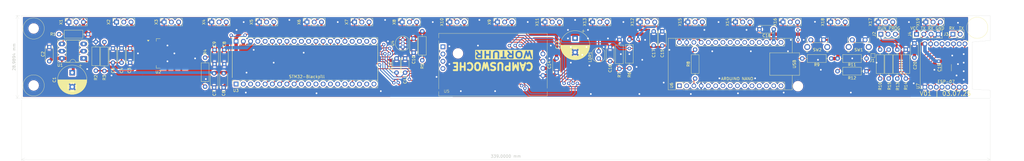
<source format=kicad_pcb>
(kicad_pcb (version 20241229) (generator "pcbnew") (generator_version "9.0")
  (layers (0 "F.Cu" signal) (2 "B.Cu" signal) (13 "F.Paste" user) (15 "B.Paste" user) (5 "F.SilkS" user "F.Silkscreen") (7 "B.SilkS" user "B.Silkscreen") (1 "F.Mask" user) (3 "B.Mask" user) (25 "Edge.Cuts" user))
  (net 0 "")
  (net 1 "GND")
  (net 2 "/BUTTON2")
  (net 3 "Net-(X4-Pin_2)")
  (net 4 "Net-(X12-Pin_2)")
  (net 5 "LED_DATA")
  (net 6 "Net-(X16-Pin_2)")
  (net 7 "+5V")
  (net 8 "/BUTTON1")
  (net 9 "LDR")
  (net 10 "+3V3")
  (net 11 "RX")
  (net 12 "TX")
  (net 13 "BOOT_SEL")
  (net 14 "TEMP")
  (net 15 "DATA_3V3")
  (net 16 "SCL")
  (net 17 "SDA")
  (net 18 "RX_ESP")
  (net 19 "RST")
  (net 20 "BM_ESP")
  (net 21 "TX_ESP")
  (net 22 "RST_ESP")
  (net 23 "Net-(J1-Pin_1)")
  (net 24 "Net-(U2-SENSE)")
  (net 25 "Net-(R4-Pad2)")
  (net 26 "Net-(R8-Pad1)")
  (net 55 "Net-(X2-Pin_2)")
  (net 56 "Net-(X6-Pin_2)")
  (net 57 "Net-(X10-Pin_2)")
  (net 58 "Net-(X11-Pin_2)")
  (net 59 "Net-(X14-Pin_2)")
  (net 60 "Net-(X17-Pin_2)")
  (net 61 "Net-(J2-Pin_3)")
  (net 62 "Net-(U7-EN)")
  (net 63 "Net-(U7-GPIO2)")
  (net 64 "Net-(U7-GPIO5)")
  (footprint "Resistor_THT:R_Axial_DIN0207_L6.3mm_D2.5mm_P10.16mm_Horizontal" (layer "F.Cu") (at 337.5 160 180)
    (property "Reference" "R12")
    (property "Value" "8k2")
  )
  (footprint "Button_Switch_THT:SW_Tactile_SPST_Angled_PTS645Vx83-2LFS" (layer "F.Cu") (at 318 149)
    (property "Reference" "SW2")
    (property "Value" "PTS645Vx83-2LFS")
  )
  (footprint "Resistor_THT:R_Axial_DIN0207_L6.3mm_D2.5mm_P10.16mm_Horizontal" (layer "F.Cu") (at 315 155.5375)
    (property "Reference" "R9")
    (property "Value" "4K53")
  )
  (footprint "TestPoint:TestPoint_Pad_1.0x1.0mm" (layer "F.Cu") (at 339.75 154.5)
    (property "Reference" "J1")
    (property "Value" "Conn_01x01_Pin")
  )
  (footprint "Capacitor_THT:C_Disc_D4.7mm_W2.5mm_P5.00mm" (layer "F.Cu") (at 79.75 152 -90)
    (property "Reference" "C3")
    (property "Value" "10u")
  )
  (footprint "Connector_PinHeader_2.54mm:PinHeader_1x02_P2.54mm_Vertical" (layer "F.Cu") (at 367.725 147 90)
    (property "Reference" "J3")
    (property "Value" "UART FLOATING")
  )
  (footprint "Connector_PinSocket_2.54mm:PinSocket_1x03_P2.54mm_Vertical" (layer "F.Cu") (at 124.983 142.75 90)
    (property "Reference" "X5")
    (property "Value" "Conn_01x03_Pin")
  )
  (footprint "Capacitor_THT:C_Disc_D4.7mm_W2.5mm_P5.00mm" (layer "F.Cu") (at 76.75 157 90)
    (property "Reference" "C4")
    (property "Value" "10u")
  )
  (footprint "Capacitor_THT:C_Disc_D4.7mm_W2.5mm_P5.00mm" (layer "F.Cu") (at 354.25 155.234 90)
    (property "Reference" "C20")
    (property "Value" "10u")
  )
  (footprint "Capacitor_THT:C_Disc_D4.7mm_W2.5mm_P5.00mm" (layer "F.Cu") (at 263 151 90)
    (property "Reference" "C17")
    (property "Value" "100n/X7R")
  )
  (footprint "Module:Arduino_Nano" (layer "F.Cu") (at 272 165.11 90)
    (property "Reference" "U6")
    (property "Value" "Arduino_Nano_Every")
  )
  (footprint "Custom:DS3231 Module" (layer "F.Cu") (at 205.435091 157.734)
    (property "Reference" "U5")
    (property "Value" "DS3231 Module")
  )
  (footprint "Resistor_THT:R_Axial_DIN0207_L6.3mm_D2.5mm_P10.16mm_Horizontal" (layer "F.Cu") (at 54.87877 147)
    (property "Reference" "R1")
    (property "Value" "np")
  )
  (footprint "Resistor_THT:R_Axial_DIN0207_L6.3mm_D2.5mm_P10.16mm_Horizontal" (layer "F.Cu") (at 254.5 159 90)
    (property "Reference" "R6")
    (property "Value" "np")
  )
  (footprint "Connector_PinSocket_2.54mm:PinSocket_1x03_P2.54mm_Vertical" (layer "F.Cu") (at 108.3206 142.75 90)
    (property "Reference" "X4")
    (property "Value" "Conn_01x03_Pin")
  )
  (footprint "Connector_PinSocket_2.54mm:PinSocket_1x03_P2.54mm_Vertical" (layer "F.Cu") (at 58.3334 142.75 90)
    (property "Reference" "X1")
    (property "Value" "Conn_01x03_Pin")
  )
  (footprint "Resistor_THT:R_Axial_DIN0207_L6.3mm_D2.5mm_P10.16mm_Horizontal" (layer "F.Cu") (at 277.5 162.58 90)
    (property "Reference" "R8")
    (property "Value" "100k")
  )
  (footprint "Connector_PinSocket_2.54mm:PinSocket_1x03_P2.54mm_Vertical" (layer "F.Cu") (at 158.3078 142.75 90)
    (property "Reference" "X7")
    (property "Value" "Conn_01x03_Pin")
  )
  (footprint "Resistor_THT:R_Axial_DIN0207_L6.3mm_D2.5mm_P10.16mm_Horizontal" (layer "F.Cu") (at 351.25 152.42 -90)
    (property "Reference" "R14")
    (property "Value" "8k2")
  )
  (footprint "MountingHole:MountingHole_3.2mm_M3_DIN965" (layer "F.Cu") (at 313.5 165.25)
    (property "Reference" "H4" (hide yes))
    (property "Value" "MountingHole")
  )
  (footprint "Connector_PinSocket_2.54mm:PinSocket_1x03_P2.54mm_Vertical" (layer "F.Cu") (at 341.5942 142.75 90)
    (property "Reference" "X17")
    (property "Value" "Conn_01x03_Pin")
  )
  (footprint "Capacitor_SMD:C_1812_4532Metric_Pad1.57x3.40mm_HandSolder" (layer "F.Cu") (at 365.5 158.75 -90)
    (property "Reference" "C19")
    (property "Value" "np")
  )
  (footprint "Connector_PinHeader_2.54mm:PinHeader_1x03_P2.54mm_Vertical" (layer "F.Cu") (at 342.5 147 90)
    (property "Reference" "J2")
    (property "Value" "PROG MODE")
  )
  (footprint "Resistor_THT:R_Axial_DIN0207_L6.3mm_D2.5mm_P10.16mm_Horizontal" (layer "F.Cu") (at 70.75 149.75 -90)
    (property "Reference" "R3")
    (property "Value" "160k")
  )
  (footprint "Capacitor_THT:CP_Radial_D10.0mm_P5.00mm" (layer "F.Cu") (at 235.5 148.382323 -90)
    (property "Reference" "C13")
    (property "Value" "47u")
  )
  (footprint "Resistor_THT:R_Axial_DIN0207_L6.3mm_D2.5mm_P10.16mm_Horizontal" (layer "F.Cu") (at 342.25 152.42 -90)
    (property "Reference" "R10")
    (property "Value" "8k2")
  )
  (footprint "Connector_PinSocket_2.54mm:PinSocket_1x03_P2.54mm_Vertical" (layer "F.Cu") (at 91.6582 142.75 90)
    (property "Reference" "X3")
    (property "Value" "Conn_01x03_Pin")
  )
  (footprint "Capacitor_THT:C_Disc_D4.7mm_W2.5mm_P5.00mm" (layer "F.Cu") (at 229 160.5 90)
    (property "Reference" "C14")
    (property "Value" "100n/X7R")
  )
  (footprint "Capacitor_THT:C_Disc_D4.7mm_W2.5mm_P5.00mm" (layer "F.Cu") (at 247.75 151.5 -90)
    (property "Reference" "C16")
    (property "Value" "1nF/X7R")
  )
  (footprint "Connector_PinSocket_2.54mm:PinSocket_1x03_P2.54mm_Vertical" (layer "F.Cu") (at 324.9318 142.75 90)
    (property "Reference" "X18")
    (property "Value" "Conn_01x03_Pin")
  )
  (footprint "Connector_PinSocket_2.54mm:PinSocket_1x03_P2.54mm_Vertical" (layer "F.Cu") (at 291.607 142.75 90)
    (property "Reference" "X14")
    (property "Value" "Conn_01x03_Pin")
  )
  (footprint "Connector_PinSocket_2.54mm:PinSocket_1x03_P2.54mm_Vertical" (layer "F.Cu") (at 174.9702 142.75 90)
    (property "Reference" "X8")
    (property "Value" "Conn_01x03_Pin")
  )
  (footprint "Capacitor_THT:C_Disc_D4.7mm_W2.5mm_P5.00mm" (layer "F.Cu") (at 266 151 90)
    (property "Reference" "C15")
    (property "Value" "100n/X7R")
  )
  (footprint "Button_Switch_THT:SW_Tactile_SPST_Angled_PTS645Vx83-2LFS" (layer "F.Cu") (at 332.5 149)
    (property "Reference" "SW1")
    (property "Value" "PTS645Vx83-2LFS")
  )
  (footprint "MountingHole:MountingHole_3.2mm_M3_DIN965" (layer "F.Cu") (at 376.25 144.75)
    (property "Reference" "H5" (hide yes))
    (property "Value" "MountingHole")
  )
  (footprint "Connector_PinSocket_2.54mm:PinSocket_1x03_P2.54mm_Vertical" (layer "F.Cu") (at 308.2694 142.75 90)
    (property "Reference" "X16")
    (property "Value" "Conn_01x03_Pin")
  )
  (footprint "Connector_PinSocket_2.54mm:PinSocket_1x03_P2.54mm_Vertical" (layer "F.Cu") (at 258.2822 142.75 90)
    (property "Reference" "X12")
    (property "Value" "Conn_01x03_Pin")
  )
  (footprint "RF_Module:ESP-07" (layer "F.Cu") (at 367.03 158 -90)
    (property "Reference" "U7")
    (property "Value" "ESP-07")
  )
  (footprint "Capacitor_THT:C_Disc_D4.7mm_W2.5mm_P5.00mm" (layer "F.Cu") (at 176 160.5 90)
    (property "Reference" "C11")
    (property "Value" "1nF/X7R")
  )
  (footprint "Package_DIP:DIP-6_W7.62mm_Socket_LongPads" (layer "F.Cu") (at 63.5 155.5 180)
    (property "Reference" "U1")
    (property "Value" "DIP6 Sockel für H11L1")
  )
  (footprint "Capacitor_THT:C_Disc_D4.7mm_W2.5mm_P5.00mm" (layer "F.Cu") (at 109.31 157.5 90)
    (property "Reference" "C9")
    (property "Value" "10u")
  )
  (footprint "Capacitor_THT:C_Disc_D4.7mm_W2.5mm_P5.00mm" (layer "F.Cu") (at 112.71 157.5 90)
    (property "Reference" "C8")
    (property "Value" "100n/X7R")
  )
  (footprint "Capacitor_THT:C_Disc_D4.7mm_W2.5mm_P5.00mm" (layer "F.Cu") (at 109.15 160.75 -90)
    (property "Reference" "C7")
    (property "Value" "10u")
  )
  (footprint "Capacitor_THT:C_Disc_D4.7mm_W2.5mm_P5.00mm" (layer "F.Cu") (at 173 160.5 90)
    (property "Reference" "C12")
    (property "Value" "1nF/X7R")
  )
  (footprint "Resistor_THT:R_Axial_DIN0207_L6.3mm_D2.5mm_P10.16mm_Horizontal" (layer "F.Cu") (at 337.5 155.5375 180)
    (property "Reference" "R11")
    (property "Value" "4K53")
  )
  (footprint "Package_TO_SOT_THT:TO-92_Inline" (layer "F.Cu") (at 175.192247 151.5 90)
    (property "Reference" "U4")
    (property "Value" "DS18B20")
  )
  (footprint "Capacitor_THT:C_Disc_D4.7mm_W2.5mm_P5.00mm" (layer "F.Cu") (at 112.5 160.75 -90)
    (property "Reference" "C6")
    (property "Value" "100n/X7R")
  )
  (footprint "MountingHole:MountingHole_3.2mm_M3_DIN965" (layer "F.Cu") (at 194.5 153.75)
    (property "Reference" "H3" (hide yes))
    (property "Value" "MountingHole")
  )
  (footprint "Connector_PinSocket_2.54mm:PinSocket_1x03_P2.54mm_Vertical" (layer "F.Cu") (at 191.6326 142.75 90)
    (property "Reference" "X10")
    (property "Value" "Conn_01x03_Pin")
  )
  (footprint "Connector_PinSocket_2.54mm:PinSocket_1x03_P2.54mm_Vertical" (layer "F.Cu") (at 141.6454 142.75 90)
    (property "Reference" "X6")
    (property "Value" "Conn_01x03_Pin")
  )
  (footprint "Connector_PinSocket_2.54mm:PinSocket_1x03_P2.54mm_Vertical" (layer "F.Cu") (at 241.6198 142.75 90)
    (property "Reference" "X13")
    (property "Value" "Conn_01x03_Pin")
  )
  (footprint "Connector_PinSocket_2.54mm:PinSocket_1x03_P2.54mm_Vertical" (layer "F.Cu") (at 74.9958 142.75 90)
    (property "Reference" "X2")
    (property "Value" "Conn_01x03_Pin")
  )
  (footprint "Capacitor_THT:C_Disc_D4.7mm_W2.5mm_P5.00mm" (layer "F.Cu") (at 51.45877 151.5 -90)
    (property "Reference" "C2")
    (property "Value" "100n/X7R")
  )
  (footprint "MountingHole:MountingHole_3.2mm_M3_DIN965" (layer "F.Cu") (at 46 145)
    (property "Reference" "H2" (hide yes))
    (property "Value" "MountingHole")
  )
  (footprint "Connector_PinSocket_2.54mm:PinSocket_1x03_P2.54mm_Vertical" (layer "F.Cu") (at 208.295 142.75 90)
    (property "Reference" "X9")
    (property "Value" "Conn_01x03_Pin")
  )
  (footprint "Resistor_THT:R_Axial_DIN0207_L6.3mm_D2.5mm_P10.16mm_Horizontal" (layer "F.Cu") (at 251 149 -90)
    (property "Reference" "R7")
    (property "Value" "240k")
  )
  (footprint "Connector_PinSocket_2.54mm:PinSocket_1x03_P2.54mm_Vertical" (layer "F.Cu") (at 224.9574 142.75 90)
    (property "Reference" "X11")
    (property "Value" "Conn_01x03_Pin")
  )
  (footprint "Capacitor_THT:C_Disc_D4.7mm_W2.5mm_P5.00mm" (layer "F.Cu") (at 179 153.5 90)
    (property "Reference" "C10")
    (property "Value" "100n/X7R")
  )
  (footprint "Resistor_THT:R_Axial_DIN0207_L6.3mm_D2.5mm_P10.16mm_Horizontal" (layer "F.Cu") (at 67.75 159.83 90)
    (property "Reference" "R2")
    (property "Value" "22k")
  )
  (footprint "Resistor_THT:R_Axial_DIN0207_L6.3mm_D2.5mm_P10.16mm_Horizontal" (layer "F.Cu") (at 345.25 152.42 -90)
    (property "Reference" "R15")
    (property "Value" "91R")
  )
  (footprint "Connector_PinSocket_2.54mm:PinSocket_1x03_P2.54mm_Vertical" (layer "F.Cu") (at 274.9446 142.75 90)
    (property "Reference" "X15")
    (property "Value" "Conn_01x03_Pin")
  )
  (footprint "Connector_PinSocket_2.54mm:PinSocket_1x03_P2.54mm_Vertical" (layer "F.Cu") (at 358.2566 142.75 90)
    (property "Reference" "X19")
    (property "Value" "Conn_01x03_Pin")
  )
  (footprint "Capacitor_THT:CP_Radial_D10.0mm_P5.00mm" (layer "F.Cu") (at 59.5 160.5 -90)
    (property "Reference" "C1")
    (property "Value" "47u")
  )
  (footprint "Package_TO_SOT_SMD:TO-263-5_TabPin3" (layer "F.Cu") (at 93.75 153.75)
    (property "Reference" "U2")
    (property "Value" "MCP1826-ADJE/ET")
  )
  (footprint "Resistor_THT:R_Axial_DIN0207_L6.3mm_D2.5mm_P10.16mm_Horizontal" (layer "F.Cu") (at 348.246068 162.58256 90)
    (property "Reference" "R13")
    (property "Value" "8k2")
  )
  (footprint "Capacitor_THT:C_Disc_D4.7mm_W2.5mm_P5.00mm" (layer "F.Cu") (at 305.023372 145.292151 180)
    (property "Reference" "C18")
    (property "Value" "100n/X7R")
  )
  (footprint "Resistor_THT:R_Axial_DIN0207_L6.3mm_D2.5mm_P10.16mm_Horizontal" (layer "F.Cu") (at 182 146 -90)
    (property "Reference" "R5")
    (property "Value" "8k2")
  )
  (footprint "Capacitor_THT:C_Disc_D4.7mm_W2.5mm_P5.00mm" (layer "F.Cu") (at 73.75 157 90)
    (property "Reference" "C5")
    (property "Value" "100n/X7R")
  )
  (footprint "OptoDevice:R_LDR_4.9x4.2mm_P2.54mm_Vertical" (layer "F.Cu") (at 243.75 153 -90)
    (property "Reference" "LDR1")
    (property "Value" "A 905014")
  )
  (footprint "Custom:Bluepill" (layer "F.Cu") (at 141.224 157 90)
    (property "Reference" "U3")
    (property "Value" "Bluepill")
  )
  (footprint "Resistor_THT:R_Axial_DIN0207_L6.3mm_D2.5mm_P10.16mm_Horizontal" (layer "F.Cu") (at 106 155.25 -90)
    (property "Reference" "R4")
    (property "Value" "120R")
  )
  (footprint "MountingHole:MountingHole_3.2mm_M3_DIN965" (layer "F.Cu") (at 46 165)
    (property "Reference" "H1" (hide yes))
    (property "Value" "MountingHole")
  )
  (footprint "Connector_PinHeader_2.54mm:PinHeader_1x04_P2.54mm_Vertical" (layer "F.Cu") (at 355 147 90)
    (property "Reference" "J4")
    (property "Value" "UART")
  )
  (gr_circle (center 376.25 144.75) (end 378.75 147.5) (stroke (width 0.1)) (fill no) (layer "F.SilkS"))
  (gr_line (start 187.75 149.25) (end 187.75 166.25) (stroke (width 0.1)) (layer "F.SilkS"))
  (gr_circle (center 46 165) (end 48.5 167.75) (stroke (width 0.1)) (fill no) (layer "F.SilkS"))
  (gr_line (start 225.75 149) (end 225.75 166) (stroke (width 0.1)) (layer "F.SilkS"))
  (gr_line (start 166.434 150.83) (end 166.434 163.17) (stroke (width 0.15)) (layer "F.SilkS"))
  (gr_circle (center 46 145) (end 48.5 147.75) (stroke (width 0.1)) (fill no) (layer "F.SilkS"))
  (gr_line (start 115.5 150.5) (end 115.5 162.25) (stroke (width 0.15)) (layer "F.SilkS"))
  (gr_line (start 380.75 149.2) (end 374.44 149.75) (stroke (width 0.05)) (layer "Edge.Cuts"))
  (gr_line (start 41.75 140.5) (end 380.75 140.5) (stroke (width 0.05)) (layer "Edge.Cuts"))
  (gr_line (start 380.75 149.2) (end 380.75 140.5) (stroke (width 0.05)) (layer "Edge.Cuts"))
  (gr_line (start 374.44 166.3) (end 380.75 166.7) (stroke (width 0.05)) (layer "Edge.Cuts"))
  (gr_line (start 374.44 149.75) (end 374.44 166.3) (stroke (width 0.05)) (layer "Edge.Cuts"))
  (gr_line (start 380.75 169.5) (end 41.75 169.5) (stroke (width 0.05)) (layer "Edge.Cuts"))
  (gr_line (start 380.75 166.7) (end 380.75 169.5) (stroke (width 0.05)) (layer "Edge.Cuts"))
  (gr_line (start 41.75 169.5) (end 41.75 140.5) (stroke (width 0.05)) (layer "Edge.Cuts"))
  (gr_text "RX  TX" (at 366.25 145.5 0) (layer "F.SilkS") (effects (font (size 1 1)) (justify left bottom)))
  (gr_text "CAMPUSWOCHE" (at 221.25 156.749562 180) (layer "F.SilkS") (effects (font (size 2.54 2.54) (thickness 1.000001)) (justify left bottom)))
  (gr_text "ARDUINO NANO" (at 286.5 163.25 0) (layer "F.SilkS") (effects (font (size 1 1)) (justify left bottom)))
  (gr_text "STM32-Blackpill" (at 135.25 162.5 0) (layer "F.SilkS") (effects (font (size 1 1)) (justify left bottom)))
  (gr_text "RUN PROG\n" (at 341.25 145.5 0) (layer "F.SilkS") (effects (font (size 1 1)) (justify left bottom)))
  (gr_text "VCC TX RX GND" (at 352.75 145.5 0) (layer "F.SilkS") (effects (font (size 1 1)) (justify left bottom)))
  (gr_text "ESP-07\n" (at 362.25 164.25 0) (layer "F.SilkS") (effects (font (size 1 1)) (justify left bottom)))
  (gr_text "WORTUHR" (at 221.25 152.75 180) (layer "F.SilkS" knockout) (effects (font (size 2.2225 2.8448) (thickness 1.000001)) (justify left bottom)))
  (gr_text "V01 | 03.07.25" (at 356 168.75 0) (layer "F.SilkS") (effects (font (size 1.5 1.5) (thickness 0.2)) (justify left bottom)))
  (dimension (type orthogonal) (layer "Edge.Cuts") (pts (xy 41.75 169.489377) (xy 41.75 140.5)) (height -1.45) (orientation 1) (format (prefix "") (suffix "") (units 3) (units_format 1) (precision 4)) (style (thickness 0.05) (arrow_length 1.27) (text_position_mode 0) (arrow_direction outward) (extension_height 0.58642) (extension_offset 0.5) (keep_text_aligned yes)) (gr_text "28.9894 mm" (at 39.15 154.994688 90) (layer "Edge.Cuts") (effects (font (size 1 1) (thickness 0.15)))))
  (dimension (type orthogonal) (layer "Edge.Cuts") (pts (xy 41.75 169.5) (xy 380.75 169.5)) (height 21.5) (orientation 0) (format (prefix "") (suffix "") (units 3) (units_format 1) (precision 4)) (style (thickness 0.05) (arrow_length 1.27) (text_position_mode 0) (arrow_direction outward) (extension_height 0.58642) (extension_offset 0.5) (keep_text_aligned yes)) (gr_text "339.0000 mm" (at 211.25 189.85 0) (layer "Edge.Cuts") (effects (font (size 1 1) (thickness 0.15)))))
  (segment (start 175.192247 153.442247) (end 175.25 153.5) (width 0.7) (layer "F.Cu") (net 1))
  (segment (start 82.5 153.75) (end 86.1 153.75) (width 1) (layer "F.Cu") (net 1))
  (segment (start 177.25 152.25) (end 177.75 152.25) (width 0.7) (layer "F.Cu") (net 1))
  (segment (start 119.384 149.5) (end 119.384 158.616) (width 1.2) (layer "F.Cu") (net 1))
  (segment (start 175.192247 151.5) (end 175.192247 153.442247) (width 0.7) (layer "F.Cu") (net 1))
  (segment (start 249.25 150) (end 250 150) (width 1.2) (layer "F.Cu") (net 1))
  (segment (start 227.966 161.534) (end 229 160.5) (width 1.2) (layer "F.Cu") (net 1))
  (segment (start 176 153.5) (end 177.25 152.25) (width 0.7) (layer "F.Cu") (net 1))
  (segment (start 86.1 153.75) (end 95.25 153.75) (width 1) (layer "F.Cu") (net 1))
  (segment (start 175.25 153.5) (end 176 153.5) (width 0.7) (layer "F.Cu") (net 1))
  (segment (start 337.5 160) (end 338 160) (width 0.7) (layer "F.Cu") (net 1))
  (segment (start 52.95877 153) (end 51.45877 151.5) (width 0.5) (layer "F.Cu") (net 1))
  (segment (start 119.384 158.616) (end 112.5 165.5) (width 1.2) (layer "F.Cu") (net 1))
  (segment (start 55.88 152.96) (end 55.84 153) (width 0.5) (layer "F.Cu") (net 1))
  (segment (start 247.75 151.5) (end 249.25 150) (width 1.2) (layer "F.Cu") (net 1))
  (segment (start 112.5 165.5) (end 112.5 165.75) (width 1.2) (layer "F.Cu") (net 1))
  (segment (start 177.75 152.25) (end 179 153.5) (width 0.7) (layer "F.Cu") (net 1))
  (segment (start 55.84 153) (end 52.95877 153) (width 0.5) (layer "F.Cu") (net 1))
  (segment (start 250 150) (end 251 149) (width 1.2) (layer "F.Cu") (net 1))
  (segment (start 322.5 149) (end 321.25 150.25) (width 0.7) (layer "F.Cu") (net 1))
  (segment (start 322.5 149) (end 324.75 149) (width 0.7) (layer "F.Cu") (net 1))
  (segment (start 224.235091 161.534) (end 227.966 161.534) (width 1.2) (layer "F.Cu") (net 1))
  (segment (start 338 160) (end 341 157) (width 0.7) (layer "F.Cu") (net 1))
  (via (at 311 149) (size 1.2) (drill 0.6) (layers "F.Cu" "B.Cu") (net 1))
  (via (at 234 151.5) (size 1.2) (drill 0.6) (layers "F.Cu" "B.Cu") (net 1))
  (via (at 268.5 152.5) (size 1.2) (drill 0.6) (layers "F.Cu" "B.Cu") (net 1))
  (via (at 252.404831 142.724906) (size 1.2) (drill 0.6) (layers "F.Cu" "B.Cu") (net 1))
  (via (at 73.25 161.5) (size 1.2) (drill 0.6) (layers "F.Cu" "B.Cu") (net 1))
  (via (at 191.5 157.5) (size 1.2) (drill 0.6) (layers "F.Cu" "B.Cu") (net 1))
  (via (at 123 152.5) (size 1.2) (drill 0.6) (layers "F.Cu" "B.Cu") (net 1))
  (via (at 297 153) (size 1.2) (drill 0.6) (layers "F.Cu" "B.Cu") (net 1))
  (via (at 258 168) (size 1.2) (drill 0.6) (layers "F.Cu" "B.Cu") (net 1))
  (via (at 185.676749 142.74105) (size 1.2) (drill 0.6) (layers "F.Cu" "B.Cu") (net 1))
  (via (at 283.5 153) (size 1.2) (drill 0.6) (layers "F.Cu" "B.Cu") (net 1))
  (via (at 135.5 142) (size 1.2) (drill 0.6) (layers "F.Cu" "B.Cu") (net 1))
  (via (at 295.5 145.5) (size 1.2) (drill 0.6) (layers "F.Cu" "B.Cu") (net 1))
  (via (at 286 162.5) (size 1.2) (drill 0.6) (layers "F.Cu" "B.Cu") (net 1))
  (via (at 102.5 155.5) (size 1.2) (drill 0.6) (layers "F.Cu" "B.Cu") (net 1))
  (via (at 202 142) (size 1.2) (drill 0.6) (layers "F.Cu" "B.Cu") (net 1))
  (via (at 120.5 160.5) (size 1.2) (drill 0.6) (layers "F.Cu" "B.Cu") (net 1))
  (via (at 254.5 154) (size 1.2) (drill 0.6) (layers "F.Cu" "B.Cu") (net 1))
  (via (at 310 153) (size 1.2) (drill 0.6) (layers "F.Cu" "B.Cu") (net 1))
  (via (at 106.25 162.75) (size 1.2) (drill 0.6) (layers "F.Cu" "B.Cu") (net 1))
  (via (at 140.5 153.5) (size 1.2) (drill 0.6) (layers "F.Cu" "B.Cu") (net 1))
  (via (at 266.5 164) (size 1.2) (drill 0.6) (layers "F.Cu" "B.Cu") (net 1))
  (via (at 371.5 163) (size 1.2) (drill 0.6) (layers "F.Cu" "B.Cu") (net 1))
  (via (at 170 149.5) (size 1.2) (drill 0.6) (layers "F.Cu" "B.Cu") (net 1))
  (via (at 371.5 160) (size 1.2) (drill 0.6) (layers "F.Cu" "B.Cu") (net 1))
  (via (at 169 142) (size 1.2) (drill 0.6) (layers "F.Cu" "B.Cu") (net 1))
  (via (at 285.70228 142.7375) (size 1.2) (drill 0.6) (layers "F.Cu" "B.Cu") (net 1))
  (via (at 120.25 167.5) (size 1.2) (drill 0.6) (layers "F.Cu" "B.Cu") (net 1))
  (via (at 207.5 167) (size 1.2) (drill 0.6) (layers "F.Cu" "B.Cu") (net 1))
  (via (at 187 162) (size 1.2) (drill 0.6) (layers "F.Cu" "B.Cu") (net 1))
  (via (at 92.825 150.975) (size 1.2) (drill 0.6) (layers "F.Cu" "B.Cu") (net 1))
  (via (at 257.5 145.5) (size 1.2) (drill 0.6) (layers "F.Cu" "B.Cu") (net 1))
  (via (at 367.5 154.5) (size 1.2) (drill 0.6) (layers "F.Cu" "B.Cu") (net 1))
  (via (at 218.917815 142.720844) (size 1.2) (drill 0.6) (layers "F.Cu" "B.Cu") (net 1))
  (via (at 298.5 162.5) (size 1.2) (drill 0.6) (layers "F.Cu" "B.Cu") (net 1))
  (via (at 341 157) (size 1.2) (drill 0.6) (layers "F.Cu" "B.Cu") (net 1))
  (via (at 119.5 142.75) (size 1.2) (drill 0.6) (layers "F.Cu" "B.Cu") (net 1))
  (via (at 369.5 143) (size 1.2) (drill 0.6) (layers "F.Cu" "B.Cu") (net 1))
  (via (at 315.5 149) (size 1.2) (drill 0.6) (layers "F.Cu" "B.Cu") (net 1))
  (via (at 239.5 151.5) (size 1.2) (drill 0.6) (layers "F.Cu" "B.Cu") (net 1))
  (via (at 247 148.5) (size 1.2) (drill 0.6) (layers "F.Cu" "B.Cu") (net 1))
  (via (at 257 158.5) (size 1.2) (drill 0.6) (layers "F.Cu" "B.Cu") (net 1))
  (via (at 240 148.5) (size 1.2) (drill 0.6) (layers "F.Cu" "B.Cu") (net 1))
  (via (at 259 156) (size 1.2) (drill 0.6) (layers "F.Cu" "B.Cu") (net 1))
  (via (at 241 168) (size 1.2) (drill 0.6) (layers "F.Cu" "B.Cu") (net 1))
  (via (at 332.5 155.5) (size 1.2) (drill 0.6) (layers "F.Cu" "B.Cu") (net 1))
  (via (at 240.5 158) (size 1.2) (drill 0.6) (layers "F.Cu" "B.Cu") (net 1))
  (via (at 245.5 151.5) (size 1.2) (drill 0.6) (layers "F.Cu" "B.Cu") (net 1))
  (via (at 292.5 167.75) (size 1.2) (drill 0.6) (layers "F.Cu" "B.Cu") (net 1))
  (via (at 321.5 159.5) (size 1.2) (drill 0.6) (layers "F.Cu" "B.Cu") (net 1))
  (via (at 308.5 167.5) (size 1.2) (drill 0.6) (layers "F.Cu" "B.Cu") (net 1))
  (via (at 361.25 159.5) (size 1.2) (drill 0.6) (layers "F.Cu" "B.Cu") (net 1))
  (via (at 352.334086 142.740908) (size 1.2) (drill 0.6) (layers "F.Cu" "B.Cu") (net 1))
  (via (at 201.5 151) (size 1.2) (drill 0.6) (layers "F.Cu" "B.Cu") (net 1))
  (via (at 371.5 157) (size 1.2) (drill 0.6) (layers "F.Cu" "B.Cu") (net 1))
  (via (at 280.75 145.5) (size 1.2) (drill 0.6) (layers "F.Cu" "B.Cu") (net 1))
  (via (at 332 167.5) (size 1.2) (drill 0.6) (layers "F.Cu" "B.Cu") (net 1))
  (via (at 233 145.5) (size 1.2) (drill 0.6) (layers "F.Cu" "B.Cu") (net 1))
  (via (at 130 157) (size 1.2) (drill 0.6) (layers "F.Cu" "B.Cu") (net 1))
  (via (at 167.5 167) (size 1.2) (drill 0.6) (layers "F.Cu" "B.Cu") (net 1))
  (via (at 251.5 154) (size 1.2) (drill 0.6) (layers "F.Cu" "B.Cu") (net 1))
  (via (at 233 148.5) (size 1.2) (drill 0.6) (layers "F.Cu" "B.Cu") (net 1))
  (via (at 145 167.75) (size 1.2) (drill 0.6) (layers "F.Cu" "B.Cu") (net 1))
  (via (at 319.450914 142.655455) (size 1.2) (drill 0.6) (layers "F.Cu" "B.Cu") (net 1))
  (via (at 369.5 157.5) (size 1.2) (drill 0.6) (layers "F.Cu" "B.Cu") (net 1))
  (via (at 82.5 153.75) (size 1.2) (drill 0.6) (layers "F.Cu" "B.Cu") (net 1))
  (via (at 195.5 167) (size 1.2) (drill 0.6) (layers "F.Cu" "B.Cu") (net 1))
  (via (at 152.422401 142.74105) (size 1.2) (drill 0.6) (layers "F.Cu" "B.Cu") (net 1))
  (via (at 191.5 151.25) (size 1.2) (drill 0.6) (layers "F.Cu" "B.Cu") (net 1))
  (via (at 64.75 159.25) (size 1.2) (drill 0.6) (layers "F.Cu" "B.Cu") (net 1))
  (via (at 92.825 156.525) (size 1.2) (drill 0.6) (layers "F.Cu" "B.Cu") (net 1))
  (via (at 238 154.25) (size 1.2) (drill 0.6) (layers "F.Cu" "B.Cu") (net 1))
  (via (at 234 157) (size 1.2) (drill 0.6) (layers "F.Cu" "B.Cu") (net 1))
  (via (at 371.5 154) (size 1.2) (drill 0.6) (layers "F.Cu" "B.Cu") (net 1))
  (via (at 117 145.5) (size 1.2) (drill 0.6) (layers "F.Cu" "B.Cu") (net 1))
  (via (at 240 145.5) (size 1.2) (drill 0.6) (layers "F.Cu" "B.Cu") (net 1))
  (via (at 369 161.5) (size 1.2) (drill 0.6) (layers "F.Cu" "B.Cu") (net 1))
  (via (at 226.5 155.5) (size 1.2) (drill 0.6) (layers "F.Cu" "B.Cu") (net 1))
  (via (at 260 149) (size 1.2) (drill 0.6) (layers "F.Cu" "B.Cu") (net 1))
  (via (at 354 164.25) (size 1.2) (drill 0.6) (layers "F.Cu" "B.Cu") (net 1))
  (via (at 235.5 142) (size 1.2) (drill 0.6) (layers "F.Cu" "B.Cu") (net 1))
  (via (at 320.5 156) (size 1.2) (drill 0.6) (layers "F.Cu" "B.Cu") (net 1))
  (via (at 227 151) (size 1.2) (drill 0.6) (layers "F.Cu" "B.Cu") (net 1))
  (via (at 95.25 153.75) (size 1.2) (drill 0.6) (layers "F.Cu" "B.Cu") (net 1))
  (via (at 276 168) (size 1.2) (drill 0.6) (layers "F.Cu" "B.Cu") (net 1))
  (segment (start 229.330371 163.801) (end 230.83037 162.301) (width 0.3) (layer "F.Cu") (net 2))
  (segment (start 220.898 156.148) (end 222 157.25) (width 0.3) (layer "F.Cu") (net 2))
  (segment (start 168.573656 154) (end 162.331962 154) (width 0.3) (layer "F.Cu") (net 2))
  (segment (start 230.831785 162.301) (end 233.234786 159.898) (width 0.3) (layer "F.Cu") (net 2))
  (segment (start 238.781837 160.597) (end 258.403001 160.597) (width 0.3) (layer "F.Cu") (net 2))
  (segment (start 186 150.867214) (end 187.864214 149.003) (width 0.3) (layer "F.Cu") (net 2))
  (segment (start 177.048743 159.951257) (end 183.798743 159.951257) (width 0.3) (layer "F.Cu") (net 2))
  (segment (start 183.798743 159.951257) (end 186 157.75) (width 0.3) (layer "F.Cu") (net 2))
  (segment (start 263.699001 155.301) (end 313.331785 155.301) (width 0.3) (layer "F.Cu") (net 2))
  (segment (start 223.0255 163.801) (end 229.330371 163.801) (width 0.3) (layer "F.Cu") (net 2))
  (segment (start 313.331785 155.301) (end 313.568285 155.5375) (width 0.3) (layer "F.Cu") (net 2))
  (segment (start 238.082838 159.898) (end 238.781837 160.597) (width 0.3) (layer "F.Cu") (net 2))
  (segment (start 313.568285 155.5375) (end 315 155.5375) (width 0.3) (layer "F.Cu") (net 2))
  (segment (start 318 149) (end 320 151) (width 0.3) (layer "F.Cu") (net 2))
  (segment (start 222 157.25) (end 222 162.7755) (width 0.3) (layer "F.Cu") (net 2))
  (segment (start 161.428962 154.902998) (end 160.281524 154.902998) (width 0.3) (layer "F.Cu") (net 2))
  (segment (start 160.281524 154.902998) (end 160.281523 154.903) (width 0.3) (layer "F.Cu") (net 2))
  (segment (start 168.936825 153.850001) (end 168.723655 153.850001) (width 0.3) (layer "F.Cu") (net 2))
  (segment (start 217.104643 149.003) (end 220.898 152.796358) (width 0.3) (layer "F.Cu") (net 2))
  (segment (start 258.403001 160.597) (end 263.699001 155.301) (width 0.3) (layer "F.Cu") (net 2))
  (segment (start 146.403 154.903) (end 144.784 153.284) (width 0.3) (layer "F.Cu") (net 2))
  (segment (start 320 153.5) (end 317.9625 155.5375) (width 0.3) (layer "F.Cu") (net 2))
  (segment (start 233.234786 159.898) (end 238.082838 159.898) (width 0.3) (layer "F.Cu") (net 2))
  (segment (start 176 161) (end 177.048743 159.951257) (width 0.3) (layer "F.Cu") (net 2))
  (segment (start 168.723655 153.850001) (end 168.573656 154) (width 0.3) (layer "F.Cu") (net 2))
  (segment (start 222 162.7755) (end 223.0255 163.801) (width 0.3) (layer "F.Cu") (net 2))
  (segment (start 230.83037 162.301) (end 230.831785 162.301) (width 0.3) (layer "F.Cu") (net 2))
  (segment (start 220.898 152.796358) (end 220.898 156.148) (width 0.3) (layer "F.Cu") (net 2))
  (segment (start 162.331962 154) (end 161.428962 154.902998) (width 0.3) (layer "F.Cu") (net 2))
  (segment (start 160.281523 154.903) (end 146.403 154.903) (width 0.3) (layer "F.Cu") (net 2))
  (segment (start 144.784 153.284) (end 144.784 149.5) (width 0.3) (layer "F.Cu") (net 2))
  (segment (start 317.9625 155.5375) (end 315 155.5375) (width 0.3) (layer "F.Cu") (net 2))
  (segment (start 187.864214 149.003) (end 217.104643 149.003) (width 0.3) (layer "F.Cu") (net 2))
  (segment (start 186 157.75) (end 186 150.867214) (width 0.3) (layer "F.Cu") (net 2))
  (segment (start 320 151) (end 320 153.5) (width 0.3) (layer "F.Cu") (net 2))
  (via (at 168.936825 153.850001) (size 1.2) (drill 0.6) (layers "F.Cu" "B.Cu") (net 2))
  (segment (start 172 162) (end 174.5 162) (width 0.3) (layer "B.Cu") (net 2))
  (segment (start 168.936825 153.850001) (end 169 153.913176) (width 0.3) (layer "B.Cu") (net 2))
  (segment (start 169 159) (end 172 162) (width 0.3) (layer "B.Cu") (net 2))
  (segment (start 174.5 162) (end 176 160.5) (width 0.3) (layer "B.Cu") (net 2))
  (segment (start 169 153.913176) (end 169 159) (width 0.3) (layer "B.Cu") (net 2))
  (segment (start 110.8606 142.75) (end 112.3606 141.25) (width 0.3) (layer "F.Cu") (net 3))
  (segment (start 126.023 141.25) (end 127.523 142.75) (width 0.3) (layer "F.Cu") (net 3))
  (segment (start 112.3606 141.25) (end 126.023 141.25) (width 0.3) (layer "F.Cu") (net 3))
  (segment (start 245.6598 141.25) (end 259.3222 141.25) (width 0.3) (layer "F.Cu") (net 4))
  (segment (start 259.3222 141.25) (end 260.8222 142.75) (width 0.3) (layer "F.Cu") (net 4))
  (segment (start 244.1598 142.75) (end 245.6598 141.25) (width 0.3) (layer "F.Cu") (net 4))
  (segment (start 60.8734 145.6266) (end 60.8734 142.75) (width 0.3) (layer "F.Cu") (net 5))
  (segment (start 56.5 147) (end 59.5 147) (width 0.3) (layer "F.Cu") (net 5))
  (segment (start 54.87877 147) (end 56.5 147) (width 0.3) (layer "F.Cu") (net 5))
  (segment (start 59.5 147) (end 60.8734 145.6266) (width 0.3) (layer "F.Cu") (net 5))
  (segment (start 56.33877 149.96123) (end 56.33877 147.16123) (width 0.3) (layer "F.Cu") (net 5))
  (segment (start 55.88 150.42) (end 56.33877 149.96123) (width 0.3) (layer "F.Cu") (net 5))
  (segment (start 56.33877 147.16123) (end 56.5 147) (width 0.3) (layer "F.Cu") (net 5))
  (segment (start 310.8094 142.75) (end 312.3094 141.25) (width 0.3) (layer "F.Cu") (net 6))
  (segment (start 325.9718 141.25) (end 327.4718 142.75) (width 0.3) (layer "F.Cu") (net 6))
  (segment (start 312.3094 141.25) (end 325.9718 141.25) (width 0.3) (layer "F.Cu") (net 6))
  (segment (start 296.75 144.25) (end 298.25 144.25) (width 0.7) (layer "F.Cu") (net 7))
  (segment (start 230.0374 144.0374) (end 230.25 144.25) (width 0.7) (layer "F.Cu") (net 7))
  (segment (start 330.0118 144.2382) (end 330 144.25) (width 0.7) (layer "F.Cu") (net 7))
  (segment (start 280.25 144.25) (end 296.75 144.25) (width 0.7) (layer "F.Cu") (net 7))
  (segment (start 96.7382 144.2382) (end 96.75 144.25) (width 0.7) (layer "F.Cu") (net 7))
  (segment (start 280.0246 142.75) (end 280.0246 144.0246) (width 0.7) (layer "F.Cu") (net 7))
  (segment (start 113.25 144.25) (end 130 144.25) (width 0.7) (layer "F.Cu") (net 7))
  (segment (start 180.0502 144.1998) (end 180 144.25) (width 0.7) (layer "F.Cu") (net 7))
  (segment (start 163.3878 144.1378) (end 163.5 144.25) (width 0.7) (layer "F.Cu") (net 7))
  (segment (start 263.3622 142.75) (end 263.3622 144.1378) (width 0.7) (layer "F.Cu") (net 7))
  (segment (start 265.5 151.5) (end 266 151) (width 0.7) (layer "F.Cu") (net 7))
  (segment (start 163.5 144.25) (end 180 144.25) (width 0.7) (layer "F.Cu") (net 7))
  (segment (start 180.0502 142.75) (end 180.0502 144.1998) (width 0.7) (layer "F.Cu") (net 7))
  (segment (start 59.853283 155.353283) (end 59.853283 160.146717) (width 1) (layer "F.Cu") (net 7))
  (segment (start 196.7126 143.9626) (end 197 144.25) (width 0.7) (layer "F.Cu") (net 7))
  (segment (start 63.4134 142.75) (end 63.4134 145.37463) (width 1.2) (layer "F.Cu") (net 7))
  (segment (start 59.5 155) (end 59.853283 155.353283) (width 1) (layer "F.Cu") (net 7))
  (segment (start 96.7382 142.75) (end 96.7382 144.2382) (width 0.7) (layer "F.Cu") (net 7))
  (segment (start 130.063 144.187) (end 130 144.25) (width 0.7) (layer "F.Cu") (net 7))
  (segment (start 330.0118 142.75) (end 330.0118 144.2382) (width 0.7) (layer "F.Cu") (net 7))
  (segment (start 163.3878 142.75) (end 163.3878 144.1378) (width 0.7) (layer "F.Cu") (net 7))
  (segment (start 246.6998 142.75) (end 246.6998 144.1998) (width 0.7) (layer "F.Cu") (net 7))
  (segment (start 63.269385 145.980615) (end 64.019385 145.980615) (width 1.2) (layer "F.Cu") (net 7))
  (segment (start 313.3494 144.0994) (end 313.5 144.25) (width 0.7) (layer "F.Cu") (net 7))
  (segment (start 346.75 144.25) (end 355 144.25) (width 0.7) (layer "F.Cu") (net 7))
  (segment (start 80.0758 143.5758) (end 80.75 144.25) (width 0.7) (layer "F.Cu") (net 7))
  (segment (start 278.5 148.5) (end 279.62 149.62) (width 0.5) (layer "F.Cu") (net 7))
  (segment (start 146.7254 142.75) (end 146.7254 144.2254) (width 0.7) (layer "F.Cu") (net 7))
  (segment (start 59.5 149.75) (end 63.269385 145.980615) (width 1.2) (layer "F.Cu") (net 7))
  (segment (start 269.865409 148.5) (end 272 148.5) (width 0.7) (layer "F.Cu") (net 7))
  (segment (start 355 147) (end 355 144.25) (width 0.7) (layer "F.Cu") (net 7))
  (segment (start 113.4006 144.0994) (end 113.25 144.25) (width 0.7) (layer "F.Cu") (net 7))
  (segment (start 146.7254 144.2254) (end 146.75 144.25) (width 0.7) (layer "F.Cu") (net 7))
  (segment (start 196.7126 142.75) (end 196.7126 143.9626) (width 0.7) (layer "F.Cu") (net 7))
  (segment (start 59.853283 160.146717) (end 59.5 160.5) (width 1) (layer "F.Cu") (net 7))
  (segment (start 213.375 142.75) (end 213.375 144.125) (width 0.7) (layer "F.Cu") (net 7))
  (segment (start 96.75 144.25) (end 113.25 144.25) (width 0.7) (layer "F.Cu") (net 7))
  (segment (start 313.5 144.25) (end 330 144.25) (width 0.7) (layer "F.Cu") (net 7))
  (segment (start 263.5 151.5) (end 265.5 151.5) (width 0.7) (layer "F.Cu") (net 7))
  (segment (start 130 144.25) (end 146.75 144.25) (width 0.7) (layer "F.Cu") (net 7))
  (segment (start 80.75 144.25) (end 96.75 144.25) (width 0.7) (layer "F.Cu") (net 7))
  (segment (start 213.5 144.25) (end 230.25 144.25) (width 0.7) (layer "F.Cu") (net 7))
  (segment (start 197 144.25) (end 213.5 144.25) (width 0.7) (layer "F.Cu") (net 7))
  (segment (start 298.25 144.25) (end 299 143.5) (width 0.7) (layer "F.Cu") (net 7))
  (segment (start 330 144.25) (end 346.75 144.25) (width 0.7) (layer "F.Cu") (net 7))
  (segment (start 272 148.5) (end 278.5 148.5) (width 0.5) (layer "F.Cu") (net 7))
  (segment (start 272 148.5) (end 272 149.87) (width 0.7) (layer "F.Cu") (net 7))
  (segment (start 55.88 155.5) (end 59 155.5) (width 1.2) (layer "F.Cu") (net 7))
  (segment (start 306.25 144.25) (end 313.5 144.25) (width 0.7) (layer "F.Cu") (net 7))
  (segment (start 80.0758 142.75) (end 80.0758 143.5758) (width 0.7) (layer "F.Cu") (net 7))
  (segment (start 246.6998 144.1998) (end 246.75 144.25) (width 0.7) (layer "F.Cu") (net 7))
  (segment (start 263 151) (end 263.5 151.5) (width 0.7) (layer "F.Cu") (net 7))
  (segment (start 299 143.5) (end 305.5 143.5) (width 0.7) (layer "F.Cu") (net 7))
  (segment (start 305.5 143.5) (end 306.25 144.25) (width 0.7) (layer "F.Cu") (net 7))
  (segment (start 346.6742 142.75) (end 346.6742 144.1742) (width 0.7) (layer "F.Cu") (net 7))
  (segment (start 355 144.25) (end 361.8366 144.25) (width 0.7) (layer "F.Cu") (net 7))
  (segment (start 63.4134 145.37463) (end 64.019385 145.980615) (width 1.2) (layer "F.Cu") (net 7))
  (segment (start 55.88 155.5) (end 52.45877 155.5) (width 1.2) (layer "F.Cu") (net 7))
  (segment (start 130.063 142.75) (end 130.063 144.187) (width 0.7) (layer "F.Cu") (net 7))
  (segment (start 346.6742 144.1742) (end 346.75 144.25) (width 0.7) (layer "F.Cu") (net 7))
  (segment (start 267.365409 151) (end 269.865409 148.5) (width 0.7) (layer "F.Cu") (net 7))
  (segment (start 266 151) (end 267.365409 151) (width 0.7) (layer "F.Cu") (net 7))
  (segment (start 361.8366 144.25) (end 363.3366 142.75) (width 0.7) (layer "F.Cu") (net 7))
  (segment (start 260 151.5) (end 263.5 151.5) (width 0.7) (layer "F.Cu") (net 7))
  (segment (start 296.687 142.75) (end 296.687 144.187) (width 0.7) (layer "F.Cu") (net 7))
  (segment (start 213.375 144.125) (end 213.5 144.25) (width 0.7) (layer "F.Cu") (net 7))
  (segment (start 296.687 144.187) (end 296.75 144.25) (width 0.7) (layer "F.Cu") (net 7))
  (segment (start 279.62 149.62) (end 279.62 149.87) (width 0.5) (layer "F.Cu") (net 7))
  (segment (start 263.25 144.25) (end 280.25 144.25) (width 0.7) (layer "F.Cu") (net 7))
  (segment (start 59.5 155) (end 59.5 149.75) (width 1.2) (layer "F.Cu") (net 7))
  (segment (start 113.4006 142.75) (end 113.4006 144.0994) (width 0.7) (layer "F.Cu") (net 7))
  (segment (start 257.5 149) (end 260 151.5) (width 0.7) (layer "F.Cu") (net 7))
  (segment (start 146.75 144.25) (end 163.5 144.25) (width 0.7) (layer "F.Cu") (net 7))
  (segment (start 280.0246 144.0246) (end 280.25 144.25) (width 0.7) (layer "F.Cu") (net 7))
  (segment (start 230.0374 142.75) (end 230.0374 144.0374) (width 0.7) (layer "F.Cu") (net 7))
  (segment (start 263.3622 144.1378) (end 263.25 144.25) (width 0.7) (layer "F.Cu") (net 7))
  (segment (start 59 155.5) (end 59.5 155) (width 1.2) (layer "F.Cu") (net 7))
  (segment (start 246.75 144.25) (end 263.25 144.25) (width 0.7) (layer "F.Cu") (net 7))
  (segment (start 180 144.25) (end 197 144.25) (width 0.7) (layer "F.Cu") (net 7))
  (segment (start 230.25 144.25) (end 246.75 144.25) (width 0.7) (layer "F.Cu") (net 7))
  (segment (start 64.019385 145.980615) (end 65.03877 147) (width 1.2) (layer "F.Cu") (net 7))
  (segment (start 313.3494 142.75) (end 313.3494 144.0994) (width 0.7) (layer "F.Cu") (net 7))
  (segment (start 52.45877 155.5) (end 51.45877 156.5) (width 1.2) (layer "F.Cu") (net 7))
  (segment (start 257.5 148.75) (end 257.5 149) (width 0.7) (layer "F.Cu") (net 7))
  (via (at 257.5 148.75) (size 1.2) (drill 0.6) (layers "F.Cu" "B.Cu") (net 7))
  (segment (start 120.5 151.75) (end 121.924 150.326) (width 1.2) (layer "B.Cu") (net 7))
  (segment (start 263.3622 144.5) (end 260.5 144.5) (width 0.7) (layer "B.Cu") (net 7))
  (segment (start 260.5 144.5) (end 257.5 147.5) (width 0.7) (layer "B.Cu") (net 7))
  (segment (start 257.5 147.5) (end 257.5 148.75) (width 0.7) (layer "B.Cu") (net 7))
  (segment (start 263.3622 142.75) (end 263.3622 144.5) (width 0.7) (layer "B.Cu") (net 7))
  (segment (start 113.46 151.75) (end 120.5 151.75) (width 1.2) (layer "B.Cu") (net 7))
  (segment (start 112.71 152.5) (end 113.46 151.75) (width 1.2) (layer "B.Cu") (net 7))
  (segment (start 121.924 150.326) (end 121.924 149.5) (width 1.2) (layer "B.Cu") (net 7))
  (segment (start 230.487916 163.77624) (end 231.162156 163.102) (width 0.3) (layer "F.Cu") (net 8))
  (segment (start 231.162156 163.102) (end 231.16357 163.102) (width 0.3) (layer "F.Cu") (net 8))
  (segment (start 258.734786 161.398) (end 264.030786 156.102) (width 0.3) (layer "F.Cu") (net 8))
  (segment (start 332.5 149) (end 332.5 149.1825) (width 0.3) (layer "F.Cu") (net 8))
  (segment (start 168.451316 152.620609) (end 167.872925 153.199) (width 0.3) (layer "F.Cu") (net 8))
  (segment (start 230.487916 163.777654) (end 230.487916 163.77624) (width 0.3) (layer "F.Cu") (net 8))
  (segment (start 177.747743 160.752257) (end 184.247743 160.752257) (width 0.3) (layer "F.Cu") (net 8))
  (segment (start 332.5 149.1825) (end 337.5 154.1825) (width 0.3) (layer "F.Cu") (net 8))
  (segment (start 229.66357 164.602) (end 230.487916 163.777654) (width 0.3) (layer "F.Cu") (net 8))
  (segment (start 264.030786 156.102) (end 312.999998 156.102) (width 0.3) (layer "F.Cu") (net 8))
  (segment (start 312.999998 156.102) (end 313.786499 156.8885) (width 0.3) (layer "F.Cu") (net 8))
  (segment (start 173 161.5) (end 173.5 162) (width 0.3) (layer "F.Cu") (net 8))
  (segment (start 170.436827 153.85) (end 170.436827 153.436827) (width 0.3) (layer "F.Cu") (net 8))
  (segment (start 221.25 157.75) (end 221.25 163.102) (width 0.3) (layer "F.Cu") (net 8))
  (segment (start 220.097 156.597) (end 221.25 157.75) (width 0.3) (layer "F.Cu") (net 8))
  (segment (start 318.831785 157.699) (end 336.6935 157.699) (width 0.3) (layer "F.Cu") (net 8))
  (segment (start 188.196 149.804) (end 216.772856 149.804) (width 0.3) (layer "F.Cu") (net 8))
  (segment (start 337.5 156.8925) (end 337.5 155.5375) (width 0.3) (layer "F.Cu") (net 8))
  (segment (start 337.5 154.1825) (end 337.5 155.5375) (width 0.3) (layer "F.Cu") (net 8))
  (segment (start 184.247743 160.752257) (end 186.75 158.25) (width 0.3) (layer "F.Cu") (net 8))
  (segment (start 336.6935 157.699) (end 337.5 156.8925) (width 0.3) (layer "F.Cu") (net 8))
  (segment (start 147.324 152.824) (end 147.324 149.5) (width 0.3) (layer "F.Cu") (net 8))
  (segment (start 216.772856 149.804) (end 220.097 153.128144) (width 0.3) (layer "F.Cu") (net 8))
  (segment (start 176.5 162) (end 177.747743 160.752257) (width 0.3) (layer "F.Cu") (net 8))
  (segment (start 170.436827 153.436827) (end 169.620609 152.620609) (width 0.3) (layer "F.Cu") (net 8))
  (segment (start 221.25 163.102) (end 222.75 164.602) (width 0.3) (layer "F.Cu") (net 8))
  (segment (start 313.786499 156.8885) (end 318.021285 156.8885) (width 0.3) (layer "F.Cu") (net 8))
  (segment (start 220.097 153.128144) (end 220.097 156.597) (width 0.3) (layer "F.Cu") (net 8))
  (segment (start 148.602 154.102) (end 147.324 152.824) (width 0.3) (layer "F.Cu") (net 8))
  (segment (start 162.000177 153.199) (end 161.097178 154.102) (width 0.3) (layer "F.Cu") (net 8))
  (segment (start 173 161) (end 173 161.5) (width 0.3) (layer "F.Cu") (net 8))
  (segment (start 231.16357 163.102) (end 233.566571 160.699) (width 0.3) (layer "F.Cu") (net 8))
  (segment (start 161.097178 154.102) (end 148.602 154.102) (width 0.3) (layer "F.Cu") (net 8))
  (segment (start 222.75 164.602) (end 229.66357 164.602) (width 0.3) (layer "F.Cu") (net 8))
  (segment (start 173.5 162) (end 176.5 162) (width 0.3) (layer "F.Cu") (net 8))
  (segment (start 186.75 151.25) (end 188.196 149.804) (width 0.3) (layer "F.Cu") (net 8))
  (segment (start 233.566571 160.699) (end 237.751053 160.699) (width 0.3) (layer "F.Cu") (net 8))
  (segment (start 318.021285 156.8885) (end 318.831785 157.699) (width 0.3) (layer "F.Cu") (net 8))
  (segment (start 186.75 158.25) (end 186.75 151.25) (width 0.3) (layer "F.Cu") (net 8))
  (segment (start 167.872925 153.199) (end 162.000177 153.199) (width 0.3) (layer "F.Cu") (net 8))
  (segment (start 237.751053 160.699) (end 238.450051 161.398) (width 0.3) (layer "F.Cu") (net 8))
  (segment (start 238.450051 161.398) (end 258.734786 161.398) (width 0.3) (layer "F.Cu") (net 8))
  (segment (start 169.620609 152.620609) (end 168.451316 152.620609) (width 0.3) (layer "F.Cu") (net 8))
  (via (at 170.436827 153.85) (size 1.2) (drill 0.6) (layers "F.Cu" "B.Cu") (net 8))
  (segment (start 171.632786 160.5) (end 173 160.5) (width 0.3) (layer "B.Cu") (net 8))
  (segment (start 169.801 158.668214) (end 171.632786 160.5) (width 0.3) (layer "B.Cu") (net 8))
  (segment (start 169.801 154.613586) (end 169.801 158.668214) (width 0.3) (layer "B.Cu") (net 8))
  (segment (start 170.436827 153.977759) (end 169.801 154.613586) (width 0.3) (layer "B.Cu") (net 8))
  (segment (start 170.436827 153.85) (end 170.436827 153.977759) (width 0.3) (layer "B.Cu") (net 8))
  (segment (start 239.113623 159.796) (end 238.414623 159.097) (width 0.3) (layer "F.Cu") (net 9))
  (segment (start 230.498585 161.5) (end 228.998586 163) (width 0.3) (layer "F.Cu") (net 9))
  (segment (start 251 159.16) (end 251.16 159) (width 0.3) (layer "F.Cu") (net 9))
  (segment (start 251 159.16) (end 250.84 159.16) (width 0.3) (layer "F.Cu") (net 9))
  (segment (start 230.5 161.5) (end 230.498585 161.5) (width 0.3) (layer "F.Cu") (net 9))
  (segment (start 185.132428 157.360476) (end 185.132428 157.367572) (width 0.3) (layer "F.Cu") (net 9))
  (segment (start 217.436428 148.202) (end 187.532429 148.202) (width 0.3) (layer "F.Cu") (net 9))
  (segment (start 251.16 159) (end 254.5 159) (width 0.3) (layer "F.Cu") (net 9))
  (segment (start 187.532429 148.202) (end 185.25 150.484429) (width 0.3) (layer "F.Cu") (net 9))
  (segment (start 223.5 163) (end 222.75 162.25) (width 0.3) (layer "F.Cu") (net 9))
  (segment (start 185.25 150.484429) (end 185.25 157.242904) (width 0.3) (layer "F.Cu") (net 9))
  (segment (start 247.75 156.5) (end 248.5 156.5) (width 0.3) (layer "F.Cu") (net 9))
  (segment (start 222.75 156.75) (end 221.699 155.699) (width 0.3) (layer "F.Cu") (net 9))
  (segment (start 232.903 159.097) (end 230.5 161.5) (width 0.3) (layer "F.Cu") (net 9))
  (segment (start 228.998586 163) (end 223.5 163) (width 0.3) (layer "F.Cu") (net 9))
  (segment (start 222.75 162.25) (end 222.75 156.75) (width 0.3) (layer "F.Cu") (net 9))
  (segment (start 250.84 159.16) (end 250.204 159.796) (width 0.3) (layer "F.Cu") (net 9))
  (segment (start 251 159) (end 251 159.16) (width 0.3) (layer "F.Cu") (net 9))
  (segment (start 250.204 159.796) (end 239.113623 159.796) (width 0.3) (layer "F.Cu") (net 9))
  (segment (start 238.414623 159.097) (end 232.903 159.097) (width 0.3) (layer "F.Cu") (net 9))
  (segment (start 183.387 159.113) (end 166.613 159.113) (width 0.3) (layer "F.Cu") (net 9))
  (segment (start 166.408 158.908) (end 135.092 158.908) (width 0.3) (layer "F.Cu") (net 9))
  (segment (start 185.132428 157.367572) (end 183.387 159.113) (width 0.3) (layer "F.Cu") (net 9))
  (segment (start 244.71 156.5) (end 243.75 155.54) (width 0.3) (layer "F.Cu") (net 9))
  (segment (start 221.699 152.464573) (end 217.436428 148.202) (width 0.3) (layer "F.Cu") (net 9))
  (segment (start 129.544 164.456) (end 129.544 164.5) (width 0.3) (layer "F.Cu") (net 9))
  (segment (start 248.5 156.5) (end 251 159) (width 0.3) (layer "F.Cu") (net 9))
  (segment (start 166.613 159.113) (end 166.408 158.908) (width 0.3) (layer "F.Cu") (net 9))
  (segment (start 185.25 157.242904) (end 185.132428 157.360476) (width 0.3) (layer "F.Cu") (net 9))
  (segment (start 247.75 156.5) (end 244.71 156.5) (width 0.3) (layer "F.Cu") (net 9))
  (segment (start 221.699 155.699) (end 221.699 152.464573) (width 0.3) (layer "F.Cu") (net 9))
  (segment (start 135.092 158.908) (end 129.544 164.456) (width 0.3) (layer "F.Cu") (net 9))
  (segment (start 254.75 148.59) (end 254.75 147.25) (width 1.2) (layer "F.Cu") (net 10))
  (segment (start 80.95 155.45) (end 86.1 155.45) (width 0.5) (layer "F.Cu") (net 10))
  (segment (start 229 147) (end 235.5 147) (width 1.2) (layer "F.Cu") (net 10))
  (segment (start 254.75 147.25) (end 254.5 147) (width 1.2) (layer "F.Cu") (net 10))
  (segment (start 76.75 154.5) (end 80 154.5) (width 0.5) (layer "F.Cu") (net 10))
  (segment (start 185.451 145.549) (end 185.451001 145.549001) (width 1.2) (layer "F.Cu") (net 10))
  (segment (start 159.75 145.75) (end 161 147) (width 1.2) (layer "F.Cu") (net 10))
  (segment (start 356.6 150.4) (end 357.93 150.4) (width 1.2) (layer "F.Cu") (net 10))
  (segment (start 70.75 152.75) (end 72.5 154.5) (width 0.5) (layer "F.Cu") (net 10))
  (segment (start 185.451001 145.549001) (end 218.535339 145.549001) (width 1.2) (layer "F.Cu") (net 10))
  (segment (start 73.75 157) (end 76.75 157) (width 0.5) (layer "F.Cu") (net 10))
  (segment (start 235.5 147) (end 235.5 148.382323) (width 1.2) (layer "F.Cu") (net 10))
  (segment (start 76.75 157) (end 76.75 154.5) (width 0.5) (layer "F.Cu") (net 10))
  (segment (start 348 152.09) (end 348 149.5) (width 0.7) (layer "F.Cu") (net 10))
  (segment (start 365.3875 156.6125) (end 365.5 156.6125) (width 1.2) (layer "F.Cu") (net 10))
  (segment (start 80 154.5) (end 80.95 155.45) (width 0.5) (layer "F.Cu") (net 10))
  (segment (start 305 147) (end 268.5 147) (width 1.2) (layer "F.Cu") (net 10))
  (segment (start 116.844 149.5) (end 116.844 148.156) (width 1.2) (layer "F.Cu") (net 10))
  (segment (start 354.25 155.234) (end 354.25 152.75) (width 1.2) (layer "F.Cu") (net 10))
  (segment (start 182 146) (end 183.5 147.5) (width 1.2) (layer "F.Cu") (net 10))
  (segment (start 276.121 153.799) (end 277.5 152.42) (width 0.5) (layer "F.Cu") (net 10))
  (segment (start 244 147) (end 254.5 147) (width 1.2) (layer "F.Cu") (net 10))
  (segment (start 354.25 152.75) (end 356.6 150.4) (width 1.2) (layer "F.Cu") (net 10))
  (segment (start 116.844 148.156) (end 119.25 145.75) (width 1.2) (layer "F.Cu") (net 10))
  (segment (start 112.5 160.75) (end 112.75 160.5) (width 1.2) (layer "F.Cu") (net 10))
  (segment (start 178 149.5) (end 179 148.5) (width 0.7) (layer "F.Cu") (net 10))
  (segment (start 342.25 152.42) (end 342 152.17) (width 0.7) (layer "F.Cu") (net 10))
  (segment (start 172.5 147) (end 173.5 146) (width 1.2) (layer "F.Cu") (net 10))
  (segment (start 342 149.5) (end 340.5 149.5) (width 1.2) (layer "F.Cu") (net 10))
  (segment (start 109.4 160.5) (end 109.15 160.75) (width 1.2) (layer "F.Cu") (net 10))
  (segment (start 176.71 148.96) (end 177.25 149.5) (width 0.7) (layer "F.Cu") (net 10))
  (segment (start 259.358578 152.5) (end 259.37224 152.5) (width 0.5) (layer "F.Cu") (net 10))
  (segment (start 73.75 157) (end 65 157) (width 0.5) (layer "F.Cu") (net 10))
  (segment (start 348.246068 152.42256) (end 348.246068 152.343932) (width 0.7) (layer "F.Cu") (net 10))
  (segment (start 243.75 147.25) (end 244 147) (width 0.5) (layer "F.Cu") (net 10))
  (segment (start 180.25 147.25) (end 179 148.5) (width 1.2) (layer "F.Cu") (net 10))
  (segment (start 229 155.5) (end 229 147) (width 1.2) (layer "F.Cu") (net 10))
  (segment (start 348 149.5) (end 342 149.5) (width 1.2) (layer "F.Cu") (net 10))
  (segment (start 348.25 152.34) (end 348 152.09) (width 0.7) (layer "F.Cu") (net 10))
  (segment (start 325.16 155.5375) (end 327.5 155.5375) (width 1.2) (layer "F.Cu") (net 10))
  (segment (start 224.235091 158.994) (end 225.506 158.994) (width 1.2) (layer "F.Cu") (net 10))
  (segment (start 225.506 158.994) (end 229 155.5) (width 1.2) (layer "F.Cu") (net 10))
  (segment (start 254.5 148.84) (end 255.698578 148.84) (width 0.5) (layer "F.Cu") (net 10))
  (segment (start 175.192247 148.96) (end 176.71 148.96) (width 0.7) (layer "F.Cu") (net 10))
  (segment (start 115 160.5) (end 116.844 158.656) (width 1.2) (layer "F.Cu") (net 10))
  (segment (start 340.5 149.5) (end 338 147) (width 1.2) (layer "F.Cu") (net 10))
  (segment (start 348.246068 152.343932) (end 348.25 152.34) (width 0.7) (layer "F.Cu") (net 10))
  (segment (start 116.844 158.656) (end 116.844 149.5) (width 1.2) (layer "F.Cu") (net 10))
  (segment (start 112.25 160.5) (end 109.4 160.5) (width 1.2) (layer "F.Cu") (net 10))
  (segment (start 183.5 147.5) (end 185.451 145.549) (width 1.2) (layer "F.Cu") (net 10))
  (segment (start 65 157) (end 63.5 155.5) (width 0.5) (layer "F.Cu") (net 10))
  (segment (start 235.5 147) (end 244 147) (width 1.2) (layer "F.Cu") (net 10))
  (segment (start 259.37224 152.5) (end 260.67124 153.799) (width 0.5) (layer "F.Cu") (net 10))
  (segment (start 112.5 160.75) (end 112.25 160.5) (width 1.2) (layer "F.Cu") (net 10))
  (segment (start 354.25 152.75) (end 351 149.5) (width 1.2) (layer "F.Cu") (net 10))
  (segment (start 173.5 146) (end 179 146) (width 1.2) (layer "F.Cu") (net 10))
  (segment (start 262 148) (end 261 147) (width 1.2) (layer "F.Cu") (net 10))
  (segment (start 305 147) (end 305 145.5) (width 1.2) (layer "F.Cu") (net 10))
  (segment (start 255.698578 148.84) (end 259.358578 152.5) (width 0.5) (layer "F.Cu") (net 10))
  (segment (start 119.25 145.75) (end 159.75 145.75) (width 1.2) (layer "F.Cu") (net 10))
  (segment (start 70.75 149.75) (end 70.75 152.75) (width 0.5) (layer "F.Cu") (net 10))
  (segment (start 254.5 148.84) (end 254.75 148.59) (width 1.2) (layer "F.Cu") (net 10))
  (segment (start 180.75 147.25) (end 180.25 147.25) (width 1.2) (layer "F.Cu") (net 10))
  (segment (start 327.5 155.5375) (end 327.5 147) (width 1.2) (layer "F.Cu") (net 10))
  (segment (start 260.67124 153.799) (end 276.121 153.799) (width 0.5) (layer "F.Cu") (net 10))
  (segment (start 112.75 160.5) (end 115 160.5) (width 1.2) (layer "F.Cu") (net 10))
  (segment (start 268.5 147) (end 267.5 148) (width 1.2) (layer "F.Cu") (net 10))
  (segment (start 243.75 153) (end 243.75 147.25) (width 0.5) (layer "F.Cu") (net 10))
  (segment (start 182 146) (end 180.75 147.25) (width 1.2) (layer "F.Cu") (net 10))
  (segment (start 342 152.17) (end 342 149.5) (width 0.7) (layer "F.Cu") (net 10))
  (segment (start 267.5 148) (end 262 148) (width 1.2) (layer "F.Cu") (net 10))
  (segment (start 72.5 154.5) (end 76.75 154.5) (width 0.5) (layer "F.Cu") (net 10))
  (segment (start 327.5 155.5375) (end 327.34 155.5375) (width 1.2) (layer "F.Cu") (net 10))
  (segment (start 362.75 156.5) (end 365.275 156.5) (width 1.2) (layer "F.Cu") (net 10))
  (segment (start 338 147) (end 327.5 147) (width 1.2) (layer "F.Cu") (net 10))
  (segment (start 161 147) (end 172.5 147) (width 1.2) (layer "F.Cu") (net 10))
  (segment (start 261 147) (end 254.5 147) (width 1.2) (layer "F.Cu") (net 10))
  (segment (start 219.986338 147) (end 229 147) (width 1.2) (layer "F.Cu") (net 10))
  (segment (start 177.25 149.5) (end 178 149.5) (width 0.7) (layer "F.Cu") (net 10))
  (segment (start 305 147) (end 327.5 147) (width 1.2) (layer "F.Cu") (net 10))
  (segment (start 365.275 156.5) (end 365.3875 156.6125) (width 1.2) (layer "F.Cu") (net 10))
  (segment (start 218.535339 145.549001) (end 219.986338 147) (width 1.2) (layer "F.Cu") (net 10))
  (segment (start 351 149.5) (end 348 149.5) (width 1.2) (layer "F.Cu") (net 10))
  (segment (start 179 146) (end 180.25 147.25) (width 1.2) (layer "F.Cu") (net 10))
  (via (at 362.75 156.5) (size 1.2) (drill 0.6) (layers "F.Cu" "B.Cu") (net 10))
  (segment (start 357.93 152.93) (end 357.93 150.4) (width 1.2) (layer "B.Cu") (net 10))
  (segment (start 305 145.5) (end 305 149.85) (width 1.2) (layer "B.Cu") (net 10))
  (segment (start 362.75 156.5) (end 361.5 156.5) (width 1.2) (layer "B.Cu") (net 10))
  (segment (start 75.75 160.5) (end 108.9 160.5) (width 1) (layer "B.Cu") (net 10))
  (segment (start 73.75 157) (end 73.75 158.5) (width 1) (layer "B.Cu") (net 10))
  (segment (start 305 149.85) (end 305.02 149.87) (width 1.2) (layer "B.Cu") (net 10))
  (segment (start 108.9 160.5) (end 109.15 160.75) (width 1) (layer "B.Cu") (net 10))
  (segment (start 361.5 156.5) (end 357.93 152.93) (width 1.2) (layer "B.Cu") (net 10))
  (segment (start 73.75 158.5) (end 75.75 160.5) (width 1) (layer "B.Cu") (net 10))
  (segment (start 264.362572 156.903) (end 259.066571 162.199) (width 0.3) (layer "F.Cu") (net 11))
  (segment (start 367.725 147) (end 366.324 148.401) (width 0.3) (layer "F.Cu") (net 11))
  (segment (start 173.560704 164.495349) (end 173.560704 164.00477) (width 0.3) (layer "F.Cu") (net 11))
  (segment (start 321.5 161.5) (end 317.6895 157.6895) (width 0.3) (layer "F.Cu") (net 11))
  (segment (start 338.234428 161.5) (end 321.5 161.5) (width 0.3) (layer "F.Cu") (net 11))
  (segment (start 317.6895 157.6895) (end 313.454713 157.6895) (width 0.3) (layer "F.Cu") (net 11))
  (segment (start 217.704 161.296) (end 194.672858 161.296) (width 0.3) (layer "F.Cu") (net 11))
  (segment (start 173.861355 164.796) (end 173.560704 164.495349) (width 0.3) (layer "F.Cu") (net 11))
  (segment (start 217.03825 151.20218) (end 219.296 153.45993) (width 0.3) (layer "F.Cu") (net 11))
  (segment (start 366.324 148.401) (end 361.481 148.401) (width 0.3) (layer "F.Cu") (net 11))
  (segment (start 219.296 159.704) (end 217.704 161.296) (width 0.3) (layer "F.Cu") (net 11))
  (segment (start 219.296 153.45993) (end 219.296 159.704) (width 0.3) (layer "F.Cu") (net 11))
  (segment (start 360 152.25) (end 355.665 156.585) (width 0.3) (layer "F.Cu") (net 11))
  (segment (start 216.299091 150.956582) (end 216.544689 151.20218) (width 0.3) (layer "F.Cu") (net 11))
  (segment (start 343.149428 156.585) (end 338.234428 161.5) (width 0.3) (layer "F.Cu") (net 11))
  (segment (start 173.560704 164.00477) (end 173.567106 163.998368) (width 0.3) (layer "F.Cu") (net 11))
  (segment (start 167.209354 151.597) (end 161.336606 151.597) (width 0.3) (layer "F.Cu") (net 11))
  (segment (start 361.481 148.401) (end 360.08 147) (width 0.3) (layer "F.Cu") (net 11))
  (segment (start 191.172856 164.796) (end 173.861355 164.796) (width 0.3) (layer "F.Cu") (net 11))
  (segment (start 355.665 156.585) (end 343.149428 156.585) (width 0.3) (layer "F.Cu") (net 11))
  (segment (start 231.638916 163.861084) (end 231.638916 164.253) (width 0.3) (layer "F.Cu") (net 11))
  (segment (start 216.544689 151.20218) (end 217.03825 151.20218) (width 0.3) (layer "F.Cu") (net 11))
  (segment (start 360 150.47) (end 360 152.25) (width 0.3) (layer "F.Cu") (net 11))
  (segment (start 154 152.5) (end 152.404 150.904) (width 0.3) (layer "F.Cu") (net 11))
  (segment (start 360.08 147) (end 360 147.08) (width 0.3) (layer "F.Cu") (net 11))
  (segment (start 259.066571 162.199) (end 238.118266 162.199) (width 0.3) (layer "F.Cu") (net 11))
  (segment (start 313.454713 157.6895) (end 312.668213 156.903) (width 0.3) (layer "F.Cu") (net 11))
  (segment (start 194.672858 161.296) (end 191.172856 164.796) (width 0.3) (layer "F.Cu") (net 11))
  (segment (start 168.5 151.018609) (end 167.787746 151.018609) (width 0.3) (layer "F.Cu") (net 11))
  (segment (start 234 161.5) (end 231.638916 163.861084) (width 0.3) (layer "F.Cu") (net 11))
  (segment (start 360 150.33) (end 359.93 150.4) (width 0.3) (layer "F.Cu") (net 11))
  (segment (start 359.93 150.4) (end 360 150.47) (width 0.3) (layer "F.Cu") (net 11))
  (segment (start 152.404 150.904) (end 152.404 149.5) (width 0.3) (layer "F.Cu") (net 11))
  (segment (start 312.668213 156.903) (end 264.362572 156.903) (width 0.3) (layer "F.Cu") (net 11))
  (segment (start 161.336606 151.597) (end 160.433607 152.5) (width 0.3) (layer "F.Cu") (net 11))
  (segment (start 160.433607 152.5) (end 154 152.5) (width 0.3) (layer "F.Cu") (net 11))
  (segment (start 238.118266 162.199) (end 237.419267 161.5) (width 0.3) (layer "F.Cu") (net 11))
  (segment (start 167.787746 151.018609) (end 167.209354 151.597) (width 0.3) (layer "F.Cu") (net 11))
  (segment (start 360 147.08) (end 360 150.33) (width 0.3) (layer "F.Cu") (net 11))
  (segment (start 168.5 150.669609) (end 168.5 151.018609) (width 0.3) (layer "F.Cu") (net 11))
  (segment (start 237.419267 161.5) (end 234 161.5) (width 0.3) (layer "F.Cu") (net 11))
  (via (at 231.638916 164.253) (size 1.2) (drill 0.6) (layers "F.Cu" "B.Cu") (net 11))
  (via (at 168.5 150.669609) (size 1.2) (drill 0.6) (layers "F.Cu" "B.Cu") (net 11))
  (via (at 216.299091 150.956582) (size 1.2) (drill 0.6) (layers "F.Cu" "B.Cu") (net 11))
  (via (at 173.567106 163.998368) (size 1.2) (drill 0.6) (layers "F.Cu" "B.Cu") (net 11))
  (segment (start 216.790288 150.956582) (end 218.44587 149.301) (width 0.3) (layer "B.Cu") (net 11))
  (segment (start 168.199 154.739936) (end 168.199 159.331786) (width 0.3) (layer "B.Cu") (net 11))
  (segment (start 172.801 162.801) (end 173.512355 163.512355) (width 0.3) (layer "B.Cu") (net 11))
  (segment (start 168.460065 152.699001) (end 167.785825 153.373241) (width 0.3) (layer "B.Cu") (net 11))
  (segment (start 171.668215 162.801) (end 172.801 162.801) (width 0.3) (layer "B.Cu") (net 11))
  (segment (start 168.199 159.331786) (end 171.668215 162.801) (width 0.3) (layer "B.Cu") (net 11))
  (segment (start 231 163.614084) (end 231.638916 164.253) (width 0.3) (layer "B.Cu") (net 11))
  (segment (start 167.785825 154.326761) (end 168.199 154.739936) (width 0.3) (layer "B.Cu") (net 11))
  (segment (start 227.801 149.301) (end 231 152.5) (width 0.3) (layer "B.Cu") (net 11))
  (segment (start 173.512355 163.512355) (end 173.512355 163.943617) (width 0.3) (layer "B.Cu") (net 11))
  (segment (start 168.5 152.699001) (end 168.460065 152.699001) (width 0.3) (layer "B.Cu") (net 11))
  (segment (start 231 152.5) (end 231 163.614084) (width 0.3) (layer "B.Cu") (net 11))
  (segment (start 218.44587 149.301) (end 227.801 149.301) (width 0.3) (layer "B.Cu") (net 11))
  (segment (start 167.785825 153.373241) (end 167.785825 154.326761) (width 0.3) (layer "B.Cu") (net 11))
  (segment (start 168.5 150.669609) (end 168.5 152.699001) (width 0.3) (layer "B.Cu") (net 11))
  (segment (start 173.512355 163.943617) (end 173.567106 163.998368) (width 0.3) (layer "B.Cu") (net 11))
  (segment (start 216.299091 150.956582) (end 216.790288 150.956582) (width 0.3) (layer "B.Cu") (net 11))
  (segment (start 149.864 152.364) (end 149.864 149.5) (width 0.3) (layer "F.Cu") (net 12))
  (segment (start 177.849 163.194) (end 190.509285 163.194) (width 0.3) (layer "F.Cu") (net 12))
  (segment (start 257.867214 152) (end 260.367214 154.5) (width 0.3) (layer "F.Cu") (net 12))
  (segment (start 217.035249 153.464751) (end 214.964751 153.464751) (width 0.3) (layer "F.Cu") (net 12))
  (segment (start 160.765393 153.301) (end 150.801 153.301) (width 0.3) (layer "F.Cu") (net 12))
  (segment (start 170.445956 151.819609) (end 168.119531 151.819609) (width 0.3) (layer "F.Cu") (net 12))
  (segment (start 254.5 152) (end 257.867214 152) (width 0.3) (layer "F.Cu") (net 12))
  (segment (start 194.009288 159.694) (end 217.040428 159.694) (width 0.3) (layer "F.Cu") (net 12))
  (segment (start 312.5 154.5) (end 313.5 153.5) (width 0.3) (layer "F.Cu") (net 12))
  (segment (start 170.603235 151.976888) (end 170.445956 151.819609) (width 0.3) (layer "F.Cu") (net 12))
  (segment (start 168.119531 151.819609) (end 167.541139 152.398) (width 0.3) (layer "F.Cu") (net 12))
  (segment (start 161.668392 152.398) (end 160.765393 153.301) (width 0.3) (layer "F.Cu") (net 12))
  (segment (start 190.509285 163.194) (end 194.009288 159.694) (width 0.3) (layer "F.Cu") (net 12))
  (segment (start 260.367214 154.5) (end 312.5 154.5) (width 0.3) (layer "F.Cu") (net 12))
  (segment (start 313.5 145.5) (end 343.54 145.5) (width 0.3) (layer "F.Cu") (net 12))
  (segment (start 217.040428 159.694) (end 217.694 159.040428) (width 0.3) (layer "F.Cu") (net 12))
  (segment (start 313.5 153.5) (end 313.5 149) (width 0.3) (layer "F.Cu") (net 12))
  (segment (start 150.801 153.301) (end 149.864 152.364) (width 0.3) (layer "F.Cu") (net 12))
  (segment (start 167.541139 152.398) (end 161.668392 152.398) (width 0.3) (layer "F.Cu") (net 12))
  (segment (start 343.54 145.5) (end 345.04 147) (width 0.3) (layer "F.Cu") (net 12))
  (segment (start 217.694 159.040428) (end 217.694 154.123502) (width 0.3) (layer "F.Cu") (net 12))
  (segment (start 214.964751 153.464751) (end 212.5 151) (width 0.3) (layer "F.Cu") (net 12))
  (segment (start 217.694 154.123502) (end 217.035249 153.464751) (width 0.3) (layer "F.Cu") (net 12))
  (segment (start 177.5 162.845) (end 177.849 163.194) (width 0.3) (layer "F.Cu") (net 12))
  (via (at 212.5 151) (size 1.2) (drill 0.6) (layers "F.Cu" "B.Cu") (net 12))
  (via (at 313.5 149) (size 1.2) (drill 0.6) (layers "F.Cu" "B.Cu") (net 12))
  (via (at 313.5 145.5) (size 1.2) (drill 0.6) (layers "F.Cu" "B.Cu") (net 12))
  (via (at 177.5 162.845) (size 1.2) (drill 0.6) (layers "F.Cu" "B.Cu") (net 12))
  (via (at 254.5 152) (size 1.2) (drill 0.6) (layers "F.Cu" "B.Cu") (net 12))
  (via (at 170.603235 151.976888) (size 1.2) (drill 0.6) (layers "F.Cu" "B.Cu") (net 12))
  (segment (start 177.5 162.845) (end 177.5 160) (width 0.3) (layer "B.Cu") (net 12))
  (segment (start 249.102 150) (end 251.102 152) (width 0.3) (layer "B.Cu") (net 12))
  (segment (start 212.5 151) (end 216 147.5) (width 0.3) (layer "B.Cu") (net 12))
  (segment (start 313.5 145.5) (end 313.5 149) (width 0.3) (layer "B.Cu") (net 12))
  (segment (start 170.603235 152.056914) (end 170.683261 151.976888) (width 0.3) (layer "B.Cu") (net 12))
  (segment (start 170.602 158.336428) (end 170.602 155.312587) (width 0.3) (layer "B.Cu") (net 12))
  (segment (start 171.587827 154.32676) (end 171.587827 153.37324) (width 0.3) (layer "B.Cu") (net 12))
  (segment (start 170.602 155.312587) (end 171.587827 154.32676) (width 0.3) (layer "B.Cu") (net 12))
  (segment (start 171.587827 153.37324) (end 170.603235 152.388648) (width 0.3) (layer "B.Cu") (net 12))
  (segment (start 251.102 152) (end 254.5 152) (width 0.3) (layer "B.Cu") (net 12))
  (segment (start 228.5 147.5) (end 231 150) (width 0.3) (layer "B.Cu") (net 12))
  (segment (start 170.603235 152.388648) (end 170.603235 152.056914) (width 0.3) (layer "B.Cu") (net 12))
  (segment (start 231 150) (end 249.102 150) (width 0.3) (layer "B.Cu") (net 12))
  (segment (start 216 147.5) (end 228.5 147.5) (width 0.3) (layer "B.Cu") (net 12))
  (segment (start 170.683261 151.976888) (end 170.603235 151.976888) (width 0.3) (layer "B.Cu") (net 12))
  (segment (start 176.5 159) (end 171.265572 159) (width 0.3) (layer "B.Cu") (net 12))
  (segment (start 171.265572 159) (end 170.602 158.336428) (width 0.3) (layer "B.Cu") (net 12))
  (segment (start 177.5 160) (end 176.5 159) (width 0.3) (layer "B.Cu") (net 12))
  (segment (start 351.25 162.66) (end 356.99 162.66) (width 0.3) (layer "F.Cu") (net 13))
  (segment (start 356.99 162.66) (end 359.93 165.6) (width 0.3) (layer "F.Cu") (net 13))
  (segment (start 349.5 160) (end 351 161.5) (width 0.3) (layer "B.Cu") (net 13))
  (segment (start 351 162.41) (end 351.25 162.66) (width 0.3) (layer "B.Cu") (net 13))
  (segment (start 351 161.5) (end 351 162.41) (width 0.3) (layer "B.Cu") (net 13))
  (segment (start 343.25 149.25) (end 347 149.25) (width 0.3) (layer "B.Cu") (net 13))
  (segment (start 349.5 151.75) (end 349.5 160) (width 0.3) (layer "B.Cu") (net 13))
  (segment (start 342.5 148.5) (end 343.25 149.25) (width 0.3) (layer "B.Cu") (net 13))
  (segment (start 342.5 147) (end 342.5 148.5) (width 0.3) (layer "B.Cu") (net 13))
  (segment (start 347 149.25) (end 349.5 151.75) (width 0.3) (layer "B.Cu") (net 13))
  (segment (start 161.276882 155.703998) (end 161.277884 155.705) (width 0.3) (layer "F.Cu") (net 14))
  (segment (start 161.277884 155.705) (end 161.294998 155.705) (width 0.3) (layer "F.Cu") (net 14))
  (segment (start 182.5 151.75) (end 181.5 150.75) (width 0.3) (layer "F.Cu") (net 14))
  (segment (start 176.365 150.23) (end 176 150.23) (width 0.3) (layer "F.Cu") (net 14))
  (segment (start 165.907668 155) (end 165.908668 154.999) (width 0.3) (layer "F.Cu") (net 14))
  (segment (start 172.75 151.48) (end 174 150.23) (width 0.3) (layer "F.Cu") (net 14))
  (segment (start 134.624 149.5) (end 134.624 152.124) (width 0.3) (layer "F.Cu") (net 14))
  (segment (start 176.885 150.75) (end 176.365 150.23) (width 0.3) (layer "F.Cu") (net 14))
  (segment (start 171 155) (end 172.75 153.25) (width 0.3) (layer "F.Cu") (net 14))
  (segment (start 168.18933 154.999) (end 168.190331 155) (width 0.3) (layer "F.Cu") (net 14))
  (segment (start 160.61331 155.703998) (end 161.276882 155.703998) (width 0.3) (layer "F.Cu") (net 14))
  (segment (start 161.760745 155.704) (end 162.464746 155) (width 0.3) (layer "F.Cu") (net 14))
  (segment (start 168.190331 155) (end 171 155) (width 0.3) (layer "F.Cu") (net 14))
  (segment (start 172.75 153.25) (end 172.75 151.48) (width 0.3) (layer "F.Cu") (net 14))
  (segment (start 134.624 152.124) (end 138.204 155.704) (width 0.3) (layer "F.Cu") (net 14))
  (segment (start 165.908668 154.999) (end 168.18933 154.999) (width 0.3) (layer "F.Cu") (net 14))
  (segment (start 182 156.16) (end 182.5 155.66) (width 0.3) (layer "F.Cu") (net 14))
  (segment (start 182.5 155.66) (end 182.5 151.75) (width 0.3) (layer "F.Cu") (net 14))
  (segment (start 181.5 150.75) (end 176.885 150.75) (width 0.3) (layer "F.Cu") (net 14))
  (segment (start 161.295998 155.704) (end 161.760745 155.704) (width 0.3) (layer "F.Cu") (net 14))
  (segment (start 174 150.23) (end 176 150.23) (width 0.3) (layer "F.Cu") (net 14))
  (segment (start 176 150.23) (end 175.192247 150.23) (width 0.3) (layer "F.Cu") (net 14))
  (segment (start 160.613308 155.704) (end 160.61331 155.703998) (width 0.3) (layer "F.Cu") (net 14))
  (segment (start 161.294998 155.705) (end 161.295998 155.704) (width 0.3) (layer "F.Cu") (net 14))
  (segment (start 162.464746 155) (end 165.907668 155) (width 0.3) (layer "F.Cu") (net 14))
  (segment (start 138.204 155.704) (end 160.613308 155.704) (width 0.3) (layer "F.Cu") (net 14))
  (segment (start 115 147.5) (end 115 153.5) (width 0.3) (layer "F.Cu") (net 15))
  (segment (start 153.5 147) (end 154.944 148.444) (width 0.3) (layer "F.Cu") (net 15))
  (segment (start 120.349 147) (end 153.5 147) (width 0.3) (layer "F.Cu") (net 15))
  (segment (start 120 147.349) (end 120.349 147) (width 0.3) (layer "F.Cu") (net 15))
  (segment (start 154.944 148.444) (end 154.944 149.5) (width 0.3) (layer "F.Cu") (net 15))
  (segment (start 115.125 147.375) (end 115 147.5) (width 0.3) (layer "F.Cu") (net 15))
  (segment (start 106.25 155) (end 106 155.25) (width 0.3) (layer "F.Cu") (net 15))
  (segment (start 115 153.5) (end 113.5 155) (width 0.3) (layer "F.Cu") (net 15))
  (segment (start 113.5 155) (end 106.25 155) (width 0.3) (layer "F.Cu") (net 15))
  (via (at 115.125 147.375) (size 1.2) (drill 0.6) (layers "F.Cu" "B.Cu") (net 15))
  (via (at 120 147.349) (size 1.2) (drill 0.6) (layers "F.Cu" "B.Cu") (net 15))
  (segment (start 119.599 147.75) (end 115.5 147.75) (width 0.3) (layer "B.Cu") (net 15))
  (segment (start 120 147.349) (end 119.599 147.75) (width 0.3) (layer "B.Cu") (net 15))
  (segment (start 115.5 147.75) (end 115.125 147.375) (width 0.3) (layer "B.Cu") (net 15))
  (segment (start 132.084 152.584) (end 132.084 149.5) (width 0.3) (layer "F.Cu") (net 16))
  (segment (start 224.235091 153.914) (end 224.235091 152.735091) (width 0.3) (layer "F.Cu") (net 16))
  (segment (start 224.235091 152.735091) (end 218.099998 146.6) (width 0.3) (layer "F.Cu") (net 16))
  (segment (start 167.858545 155.801) (end 167.857545 155.8) (width 0.3) (layer "F.Cu") (net 16))
  (segment (start 160.945096 156.505) (end 136.005 156.505) (width 0.3) (layer "F.Cu") (net 16))
  (segment (start 167.857545 155.8) (end 166.240454 155.8) (width 0.3) (layer "F.Cu") (net 16))
  (segment (start 160.946098 156.506) (end 160.945096 156.505) (width 0.3) (layer "F.Cu") (net 16))
  (segment (start 182.559603 157.511) (end 181.440397 157.511) (width 0.3) (layer "F.Cu") (net 16))
  (segment (start 186.868856 146.6) (end 183.75 149.718856) (width 0.3) (layer "F.Cu") (net 16))
  (segment (start 168.800999 155.801) (end 167.858545 155.801) (width 0.3) (layer "F.Cu") (net 16))
  (segment (start 161.626784 156.506) (end 160.946098 156.506) (width 0.3) (layer "F.Cu") (net 16))
  (segment (start 162.796531 155.801) (end 162.09253 156.505) (width 0.3) (layer "F.Cu") (net 16))
  (segment (start 161.627784 156.505) (end 161.626784 156.506) (width 0.3) (layer "F.Cu") (net 16))
  (segment (start 183.75 149.718856) (end 183.75 156.320603) (width 0.3) (layer "F.Cu") (net 16))
  (segment (start 166.239454 155.801) (end 162.796531 155.801) (width 0.3) (layer "F.Cu") (net 16))
  (segment (start 181.440397 157.511) (end 181.429396 157.5) (width 0.3) (layer "F.Cu") (net 16))
  (segment (start 162.09253 156.505) (end 161.627784 156.505) (width 0.3) (layer "F.Cu") (net 16))
  (segment (start 181.429396 157.5) (end 170.499999 157.5) (width 0.3) (layer "F.Cu") (net 16))
  (segment (start 136.005 156.505) (end 132.084 152.584) (width 0.3) (layer "F.Cu") (net 16))
  (segment (start 166.240454 155.8) (end 166.239454 155.801) (width 0.3) (layer "F.Cu") (net 16))
  (segment (start 218.099998 146.6) (end 186.868856 146.6) (width 0.3) (layer "F.Cu") (net 16))
  (segment (start 170.499999 157.5) (end 168.800999 155.801) (width 0.3) (layer "F.Cu") (net 16))
  (segment (start 183.75 156.320603) (end 182.559603 157.511) (width 0.3) (layer "F.Cu") (net 16))
  (segment (start 187.200642 147.401) (end 184.5 150.101642) (width 0.3) (layer "F.Cu") (net 17))
  (segment (start 166.57124 156.602) (end 163.128315 156.602) (width 0.3) (layer "F.Cu") (net 17))
  (segment (start 182.891388 158.312) (end 181.108611 158.312) (width 0.3) (layer "F.Cu") (net 17))
  (segment (start 161.95857 157.307001) (end 160.614312 157.307) (width 0.3) (layer "F.Cu") (net 17))
  (segment (start 133.806 157.306) (end 129.544 153.044) (width 0.3) (layer "F.Cu") (net 17))
  (segment (start 160.614312 157.307) (end 160.613311 157.306) (width 0.3) (layer "F.Cu") (net 17))
  (segment (start 162.424314 157.306) (end 161.95957 157.306) (width 0.3) (layer "F.Cu") (net 17))
  (segment (start 224.235091 156.454) (end 223.688179 156.454) (width 0.3) (layer "F.Cu") (net 17))
  (segment (start 129.544 153.044) (end 129.544 149.5) (width 0.3) (layer "F.Cu") (net 17))
  (segment (start 160.613311 157.306) (end 133.806 157.306) (width 0.3) (layer "F.Cu") (net 17))
  (segment (start 184.5 156.703388) (end 182.891388 158.312) (width 0.3) (layer "F.Cu") (net 17))
  (segment (start 223.688179 156.454) (end 222.5 155.265821) (width 0.3) (layer "F.Cu") (net 17))
  (segment (start 184.5 150.101642) (end 184.5 156.703388) (width 0.3) (layer "F.Cu") (net 17))
  (segment (start 181.108611 158.312) (end 181.097611 158.301) (width 0.3) (layer "F.Cu") (net 17))
  (segment (start 163.128315 156.602) (end 162.424314 157.306) (width 0.3) (layer "F.Cu") (net 17))
  (segment (start 167.52576 156.601) (end 166.57224 156.601) (width 0.3) (layer "F.Cu") (net 17))
  (segment (start 167.52676 156.602) (end 167.52576 156.601) (width 0.3) (layer "F.Cu") (net 17))
  (segment (start 222.5 152.132788) (end 217.768213 147.401) (width 0.3) (layer "F.Cu") (net 17))
  (segment (start 168.469214 156.602) (end 167.52676 156.602) (width 0.3) (layer "F.Cu") (net 17))
  (segment (start 181.097611 158.301) (end 170.168214 158.301) (width 0.3) (layer "F.Cu") (net 17))
  (segment (start 170.168214 158.301) (end 168.469214 156.602) (width 0.3) (layer "F.Cu") (net 17))
  (segment (start 222.5 155.265821) (end 222.5 152.132788) (width 0.3) (layer "F.Cu") (net 17))
  (segment (start 161.95957 157.306) (end 161.95857 157.307001) (width 0.3) (layer "F.Cu") (net 17))
  (segment (start 217.768213 147.401) (end 187.200642 147.401) (width 0.3) (layer "F.Cu") (net 17))
  (segment (start 166.57224 156.601) (end 166.57124 156.602) (width 0.3) (layer "F.Cu") (net 17))
  (segment (start 236.756696 165.403) (end 260.418497 165.403) (width 0.3) (layer "F.Cu") (net 18))
  (segment (start 166.107355 159.709) (end 171.995356 165.597) (width 0.3) (layer "F.Cu") (net 18))
  (segment (start 316.362356 160.8935) (end 320.172857 164.704) (width 0.3) (layer "F.Cu") (net 18))
  (segment (start 359.016901 167.801) (end 359.0179 167.802) (width 0.3) (layer "F.Cu") (net 18))
  (segment (start 312.127569 160.8935) (end 316.362356 160.8935) (width 0.3) (layer "F.Cu") (net 18))
  (segment (start 320.172857 164.704) (end 339.341428 164.704) (width 0.3) (layer "F.Cu") (net 18))
  (segment (start 354.168214 167.801) (end 359.016901 167.801) (width 0.3) (layer "F.Cu") (net 18))
  (segment (start 340.336428 165.699) (end 352.066214 165.699) (width 0.3) (layer "F.Cu") (net 18))
  (segment (start 311.341069 160.107) (end 312.127569 160.8935) (width 0.3) (layer "F.Cu") (net 18))
  (segment (start 359.0179 167.802) (end 360.842096 167.802001) (width 0.3) (layer "F.Cu") (net 18))
  (segment (start 132.084 164.5) (end 136.875 159.709) (width 0.3) (layer "F.Cu") (net 18))
  (segment (start 195.004643 162.097) (end 217.705082 162.097) (width 0.3) (layer "F.Cu") (net 18))
  (segment (start 136.875 159.709) (end 166.107355 159.709) (width 0.3) (layer "F.Cu") (net 18))
  (segment (start 217.705082 162.097) (end 221.011083 165.403) (width 0.3) (layer "F.Cu") (net 18))
  (segment (start 265.714497 160.107) (end 311.341069 160.107) (width 0.3) (layer "F.Cu") (net 18))
  (segment (start 235.801175 165.403) (end 235.802175 165.404) (width 0.3) (layer "F.Cu") (net 18))
  (segment (start 236.755695 165.404) (end 236.756696 165.403) (width 0.3) (layer "F.Cu") (net 18))
  (segment (start 260.418497 165.403) (end 265.714497 160.107) (width 0.3) (layer "F.Cu") (net 18))
  (segment (start 235.802175 165.404) (end 236.755695 165.404) (width 0.3) (layer "F.Cu") (net 18))
  (segment (start 221.011083 165.403) (end 235.801175 165.403) (width 0.3) (layer "F.Cu") (net 18))
  (segment (start 339.341428 164.704) (end 340.336428 165.699) (width 0.3) (layer "F.Cu") (net 18))
  (segment (start 171.995356 165.597) (end 191.504642 165.597) (width 0.3) (layer "F.Cu") (net 18))
  (segment (start 191.504642 165.597) (end 195.004643 162.097) (width 0.3) (layer "F.Cu") (net 18))
  (segment (start 367.729 167.801) (end 369.93 165.6) (width 0.3) (layer "F.Cu") (net 18))
  (segment (start 352.066214 165.699) (end 354.168214 167.801) (width 0.3) (layer "F.Cu") (net 18))
  (segment (start 360.842096 167.802001) (end 360.843098 167.801) (width 0.3) (layer "F.Cu") (net 18))
  (segment (start 360.843098 167.801) (end 367.729 167.801) (width 0.3) (layer "F.Cu") (net 18))
  (segment (start 233.614265 163.776239) (end 235.089504 162.301) (width 0.3) (layer "F.Cu") (net 19))
  (segment (start 165.112 162.112) (end 158.888 162.112) (width 0.3) (layer "F.Cu") (net 19))
  (segment (start 233.614265 163.903996) (end 233.614265 163.776239) (width 0.3) (layer "F.Cu") (net 19))
  (segment (start 343.481214 157.386) (end 356.364 157.386) (width 0.3) (layer "F.Cu") (net 19))
  (segment (start 217.011781 164.802054) (end 216.709727 164.5) (width 0.3) (layer "F.Cu") (net 19))
  (segment (start 313.122927 158.4905) (end 317.357714 158.4905) (width 0.3) (layer "F.Cu") (net 19))
  (segment (start 317.357714 158.4905) (end 321.168214 162.301) (width 0.3) (layer "F.Cu") (net 19))
  (segment (start 363.93 151.75) (end 363.93 150.4) (width 0.3) (layer "F.Cu") (net 19))
  (segment (start 158.888 162.112) (end 157.484 163.516) (width 0.3) (layer "F.Cu") (net 19))
  (segment (start 192.5 168) (end 171 168) (width 0.3) (layer "F.Cu") (net 19))
  (segment (start 235.089504 162.301) (end 237.087481 162.301) (width 0.3) (layer "F.Cu") (net 19))
  (segment (start 356.364 157.386) (end 361.5 152.25) (width 0.3) (layer "F.Cu") (net 19))
  (segment (start 361.5 152.25) (end 363.43 152.25) (width 0.3) (layer "F.Cu") (net 19))
  (segment (start 237.786481 163) (end 259.398356 163) (width 0.3) (layer "F.Cu") (net 19))
  (segment (start 216.746312 165.067523) (end 217.011781 164.802054) (width 0.3) (layer "F.Cu") (net 19))
  (segment (start 237.087481 162.301) (end 237.786481 163) (width 0.3) (layer "F.Cu") (net 19))
  (segment (start 264.694357 157.704) (end 312.336427 157.704) (width 0.3) (layer "F.Cu") (net 19))
  (segment (start 157.484 163.516) (end 157.484 164.5) (width 0.3) (layer "F.Cu") (net 19))
  (segment (start 216.709727 164.5) (end 196 164.5) (width 0.3) (layer "F.Cu") (net 19))
  (segment (start 171 168) (end 165.112 162.112) (width 0.3) (layer "F.Cu") (net 19))
  (segment (start 259.398356 163) (end 264.694357 157.704) (width 0.3) (layer "F.Cu") (net 19))
  (segment (start 338.566214 162.301) (end 343.481214 157.386) (width 0.3) (layer "F.Cu") (net 19))
  (segment (start 233.265262 164.252999) (end 233.614265 163.903996) (width 0.3) (layer "F.Cu") (net 19))
  (segment (start 312.336427 157.704) (end 313.122927 158.4905) (width 0.3) (layer "F.Cu") (net 19))
  (segment (start 363.43 152.25) (end 363.93 151.75) (width 0.3) (layer "F.Cu") (net 19))
  (segment (start 321.168214 162.301) (end 338.566214 162.301) (width 0.3) (layer "F.Cu") (net 19))
  (segment (start 196 164.5) (end 192.5 168) (width 0.3) (layer "F.Cu") (net 19))
  (via (at 233.265262 164.252999) (size 1.2) (drill 0.6) (layers "F.Cu" "B.Cu") (net 19))
  (via (at 216.746312 165.067523) (size 1.2) (drill 0.6) (layers "F.Cu" "B.Cu") (net 19))
  (segment (start 233.802 167.948) (end 220.080786 167.948) (width 0.3) (layer "B.Cu") (net 19))
  (segment (start 218.398016 164.849) (end 216.964835 164.849) (width 0.3) (layer "B.Cu") (net 19))
  (segment (start 219.072256 166.93947) (end 219.072256 165.52324) (width 0.3) (layer "B.Cu") (net 19))
  (segment (start 234.25 165.5) (end 234.25 167.5) (width 0.3) (layer "B.Cu") (net 19))
  (segment (start 216.964835 164.849) (end 216.746312 165.067523) (width 0.3) (layer "B.Cu") (net 19))
  (segment (start 219.072256 165.52324) (end 218.398016 164.849) (width 0.3) (layer "B.Cu") (net 19))
  (segment (start 233.265262 164.515262) (end 234.25 165.5) (width 0.3) (layer "B.Cu") (net 19))
  (segment (start 234.25 167.5) (end 233.802 167.948) (width 0.3) (layer "B.Cu") (net 19))
  (segment (start 233.265262 164.252999) (end 233.265262 164.515262) (width 0.3) (layer "B.Cu") (net 19))
  (segment (start 220.080786 167.948) (end 219.072256 166.93947) (width 0.3) (layer "B.Cu") (net 19))
  (segment (start 352.398 164.898) (end 340.668214 164.898) (width 0.3) (layer "F.Cu") (net 20))
  (segment (start 236.627935 164.602) (end 236.278935 164.253) (width 0.3) (layer "F.Cu") (net 20))
  (segment (start 192.168214 167.199) (end 171.331786 167.199) (width 0.3) (layer "F.Cu") (net 20))
  (segment (start 217.921256 166) (end 217.921256 164.578744) (width 0.3) (layer "F.Cu") (net 20))
  (segment (start 316.694142 160.0925) (end 312.459355 160.0925) (width 0.3) (layer "F.Cu") (net 20))
  (segment (start 217.041512 163.699) (end 195.668214 163.699) (width 0.3) (layer "F.Cu") (net 20))
  (segment (start 260.061926 164.602) (end 236.627935 164.602) (width 0.3) (layer "F.Cu") (net 20))
  (segment (start 311.672855 159.306) (end 265.357927 159.306) (width 0.3) (layer "F.Cu") (net 20))
  (segment (start 195.668214 163.699) (end 192.168214 167.199) (width 0.3) (layer "F.Cu") (net 20))
  (segment (start 140.353 161.311) (end 137.164 164.5) (width 0.3) (layer "F.Cu") (net 20))
  (segment (start 171.331786 167.199) (end 165.443785 161.311) (width 0.3) (layer "F.Cu") (net 20))
  (segment (start 359.348687 167) (end 354.5 167) (width 0.3) (layer "F.Cu") (net 20))
  (segment (start 265.357927 159.306) (end 260.061926 164.602) (width 0.3) (layer "F.Cu") (net 20))
  (segment (start 354.5 167) (end 352.398 164.898) (width 0.3) (layer "F.Cu") (net 20))
  (segment (start 339.673214 163.903) (end 320.504642 163.903) (width 0.3) (layer "F.Cu") (net 20))
  (segment (start 320.504642 163.903) (end 316.694142 160.0925) (width 0.3) (layer "F.Cu") (net 20))
  (segment (start 362.53 167) (end 360.511312 166.999999) (width 0.3) (layer "F.Cu") (net 20))
  (segment (start 165.443785 161.311) (end 140.353 161.311) (width 0.3) (layer "F.Cu") (net 20))
  (segment (start 312.459355 160.0925) (end 311.672855 159.306) (width 0.3) (layer "F.Cu") (net 20))
  (segment (start 340.668214 164.898) (end 339.673214 163.903) (width 0.3) (layer "F.Cu") (net 20))
  (segment (start 217.921256 164.578744) (end 217.041512 163.699) (width 0.3) (layer "F.Cu") (net 20))
  (segment (start 359.349686 167.001) (end 359.348687 167) (width 0.3) (layer "F.Cu") (net 20))
  (segment (start 363.93 165.6) (end 362.53 167) (width 0.3) (layer "F.Cu") (net 20))
  (segment (start 360.510311 167.001) (end 359.349686 167.001) (width 0.3) (layer "F.Cu") (net 20))
  (segment (start 360.511312 166.999999) (end 360.510311 167.001) (width 0.3) (layer "F.Cu") (net 20))
  (via (at 236.278935 164.253) (size 1.2) (drill 0.6) (layers "F.Cu" "B.Cu") (net 20))
  (via (at 217.921256 166) (size 1.2) (drill 0.6) (layers "F.Cu" "B.Cu") (net 20))
  (segment (start 217.921256 166) (end 217.921256 166.921256) (width 0.3) (layer "B.Cu") (net 20))
  (segment (start 217.921256 166.921256) (end 219.749 168.749) (width 0.3) (layer "B.Cu") (net 20))
  (segment (start 234.383786 168.749) (end 235.5 167.632786) (width 0.3) (layer "B.Cu") (net 20))
  (segment (start 235.5 167.632786) (end 235.5 165.5) (width 0.3) (layer "B.Cu") (net 20))
  (segment (start 236.278935 164.721065) (end 236.278935 164.253) (width 0.3) (layer "B.Cu") (net 20))
  (segment (start 219.749 168.749) (end 234.383786 168.749) (width 0.3) (layer "B.Cu") (net 20))
  (segment (start 235.5 165.5) (end 236.278935 164.721065) (width 0.3) (layer "B.Cu") (net 20))
  (segment (start 165.77557 160.51) (end 138.614 160.51) (width 0.3) (layer "F.Cu") (net 21))
  (segment (start 319.535428 165.301) (end 315.928928 161.6945) (width 0.3) (layer "F.Cu") (net 21))
  (segment (start 371.93 165.6) (end 368.928 168.602) (width 0.3) (layer "F.Cu") (net 21))
  (segment (start 351.734428 166.5) (end 340.004642 166.5) (width 0.3) (layer "F.Cu") (net 21))
  (segment (start 319.637072 165.301) (end 319.535428 165.301) (width 0.3) (layer "F.Cu") (net 21))
  (segment (start 235.469389 166.204) (end 220.679298 166.204) (width 0.3) (layer "F.Cu") (net 21))
  (segment (start 235.470389 166.205) (end 235.469389 166.204) (width 0.3) (layer "F.Cu") (net 21))
  (segment (start 237.088481 166.204) (end 237.08748 166.205) (width 0.3) (layer "F.Cu") (net 21))
  (segment (start 339.009642 165.505) (end 319.841072 165.505) (width 0.3) (layer "F.Cu") (net 21))
  (segment (start 361.173881 168.603001) (end 358.686115 168.603) (width 0.3) (layer "F.Cu") (net 21))
  (segment (start 195.336428 162.898) (end 191.836427 166.398) (width 0.3) (layer "F.Cu") (net 21))
  (segment (start 237.08748 166.205) (end 235.470389 166.205) (width 0.3) (layer "F.Cu") (net 21))
  (segment (start 361.174883 168.602) (end 361.173881 168.603001) (width 0.3) (layer "F.Cu") (net 21))
  (segment (start 368.928 168.602) (end 361.174883 168.602) (width 0.3) (layer "F.Cu") (net 21))
  (segment (start 220.679298 166.204) (end 217.373297 162.898) (width 0.3) (layer "F.Cu") (net 21))
  (segment (start 191.836427 166.398) (end 171.663571 166.398) (width 0.3) (layer "F.Cu") (net 21))
  (segment (start 260.750282 166.204) (end 237.088481 166.204) (width 0.3) (layer "F.Cu") (net 21))
  (segment (start 358.685115 168.602) (end 353.836428 168.602) (width 0.3) (layer "F.Cu") (net 21))
  (segment (start 358.686115 168.603) (end 358.685115 168.602) (width 0.3) (layer "F.Cu") (net 21))
  (segment (start 353.836428 168.602) (end 351.734428 166.5) (width 0.3) (layer "F.Cu") (net 21))
  (segment (start 266.046283 160.908) (end 260.750282 166.204) (width 0.3) (layer "F.Cu") (net 21))
  (segment (start 319.841072 165.505) (end 319.637072 165.301) (width 0.3) (layer "F.Cu") (net 21))
  (segment (start 217.373297 162.898) (end 195.336428 162.898) (width 0.3) (layer "F.Cu") (net 21))
  (segment (start 311.795783 161.6945) (end 311.009283 160.908) (width 0.3) (layer "F.Cu") (net 21))
  (segment (start 138.614 160.51) (end 134.624 164.5) (width 0.3) (layer "F.Cu") (net 21))
  (segment (start 340.004642 166.5) (end 339.009642 165.505) (width 0.3) (layer "F.Cu") (net 21))
  (segment (start 311.009283 160.908) (end 266.046283 160.908) (width 0.3) (layer "F.Cu") (net 21))
  (segment (start 171.663571 166.398) (end 165.77557 160.51) (width 0.3) (layer "F.Cu") (net 21))
  (segment (start 315.928928 161.6945) (end 311.795783 161.6945) (width 0.3) (layer "F.Cu") (net 21))
  (segment (start 320.836428 163.102) (end 340.004999 163.102) (width 0.3) (layer "F.Cu") (net 22))
  (segment (start 160.282527 158.108) (end 160.281526 158.107) (width 0.3) (layer "F.Cu") (net 22))
  (segment (start 259.730141 163.801) (end 265.026141 158.505) (width 0.3) (layer "F.Cu") (net 22))
  (segment (start 237.454695 163.801) (end 259.730141 163.801) (width 0.3) (layer "F.Cu") (net 22))
  (segment (start 236.755695 163.102) (end 237.454695 163.801) (width 0.3) (layer "F.Cu") (net 22))
  (segment (start 343.5 163.5) (end 343.5 161) (width 0.3) (layer "F.Cu") (net 22))
  (segment (start 312.791141 159.2915) (end 317.025928 159.2915) (width 0.3) (layer "F.Cu") (net 22))
  (segment (start 214.5 151.056) (end 215.944 152.5) (width 0.3) (layer "F.Cu") (net 22))
  (segment (start 217.203284 152.5) (end 218.495 153.791716) (width 0.3) (layer "F.Cu") (net 22))
  (segment (start 343.5 161) (end 345.5 159) (width 0.3) (layer "F.Cu") (net 22))
  (segment (start 175.495 163.995) (end 174.301 162.801) (width 0.3) (layer "F.Cu") (net 22))
  (segment (start 214.5 150.954) (end 214.5 151.056) (width 0.3) (layer "F.Cu") (net 22))
  (segment (start 371.93 151.57) (end 371.93 150.4) (width 0.3) (layer "F.Cu") (net 22))
  (segment (start 190.84107 163.995) (end 175.495 163.995) (width 0.3) (layer "F.Cu") (net 22))
  (segment (start 172.699 162.801) (end 172.067769 163.432231) (width 0.3) (layer "F.Cu") (net 22))
  (segment (start 162.291357 158.107) (end 162.290355 158.108001) (width 0.3) (layer "F.Cu") (net 22))
  (segment (start 234.765265 164.252999) (end 235.127935 163.890329) (width 0.3) (layer "F.Cu") (net 22))
  (segment (start 235.127935 163.890329) (end 235.127935 163.77624) (width 0.3) (layer "F.Cu") (net 22))
  (segment (start 342.903 164.097) (end 343.5 163.5) (width 0.3) (layer "F.Cu") (net 22))
  (segment (start 174.301 162.801) (end 172.699 162.801) (width 0.3) (layer "F.Cu") (net 22))
  (segment (start 133.397 158.107) (end 127.004 164.5) (width 0.3) (layer "F.Cu") (net 22))
  (segment (start 172.067769 163.432231) (end 172.067769 164.043066) (width 0.3) (layer "F.Cu") (net 22))
  (segment (start 162.756098 158.107) (end 162.291357 158.107) (width 0.3) (layer "F.Cu") (net 22))
  (segment (start 345.5 159) (end 357.75 159) (width 0.3) (layer "F.Cu") (net 22))
  (segment (start 362.5 154.25) (end 364.75 154.25) (width 0.3) (layer "F.Cu") (net 22))
  (segment (start 163.4601 157.403) (end 162.756098 158.107) (width 0.3) (layer "F.Cu") (net 22))
  (segment (start 366.25 152.75) (end 370.75 152.75) (width 0.3) (layer "F.Cu") (net 22))
  (segment (start 370.75 152.75) (end 371.93 151.57) (width 0.3) (layer "F.Cu") (net 22))
  (segment (start 215.944 152.5) (end 217.203284 152.5) (width 0.3) (layer "F.Cu") (net 22))
  (segment (start 235.802175 163.102) (end 236.755695 163.102) (width 0.3) (layer "F.Cu") (net 22))
  (segment (start 341 164.097) (end 342.903 164.097) (width 0.3) (layer "F.Cu") (net 22))
  (segment (start 166.7 157.403) (end 163.4601 157.403) (width 0.3) (layer "F.Cu") (net 22))
  (segment (start 357.75 159) (end 362.5 154.25) (width 0.3) (layer "F.Cu") (net 22))
  (segment (start 194.341073 160.495) (end 190.84107 163.995) (width 0.3) (layer "F.Cu") (net 22))
  (segment (start 265.026141 158.505) (end 312.004641 158.505) (width 0.3) (layer "F.Cu") (net 22))
  (segment (start 317.025928 159.2915) (end 320.836428 163.102) (width 0.3) (layer "F.Cu") (net 22))
  (segment (start 218.495 153.791716) (end 218.495 159.372214) (width 0.3) (layer "F.Cu") (net 22))
  (segment (start 364.75 154.25) (end 366.25 152.75) (width 0.3) (layer "F.Cu") (net 22))
  (segment (start 340.004999 163.102) (end 341 164.097) (width 0.3) (layer "F.Cu") (net 22))
  (segment (start 160.281526 158.107) (end 133.397 158.107) (width 0.3) (layer "F.Cu") (net 22))
  (segment (start 217.372214 160.495) (end 194.341073 160.495) (width 0.3) (layer "F.Cu") (net 22))
  (segment (start 218.495 159.372214) (end 217.372214 160.495) (width 0.3) (layer "F.Cu") (net 22))
  (segment (start 312.004641 158.505) (end 312.791141 159.2915) (width 0.3) (layer "F.Cu") (net 22))
  (segment (start 167.049 157.752) (end 166.7 157.403) (width 0.3) (layer "F.Cu") (net 22))
  (segment (start 162.290355 158.108001) (end 160.282527 158.108) (width 0.3) (layer "F.Cu") (net 22))
  (segment (start 235.127935 163.77624) (end 235.802175 163.102) (width 0.3) (layer "F.Cu") (net 22))
  (via (at 214.5 150.954) (size 1.2) (drill 0.6) (layers "F.Cu" "B.Cu") (net 22))
  (via (at 167.049 157.752) (size 1.2) (drill 0.6) (layers "F.Cu" "B.Cu") (net 22))
  (via (at 234.765265 164.252999) (size 1.2) (drill 0.6) (layers "F.Cu" "B.Cu") (net 22))
  (via (at 172.067769 164.043066) (size 1.2) (drill 0.6) (layers "F.Cu" "B.Cu") (net 22))
  (segment (start 171.33643 163.602) (end 171.602 163.602) (width 0.3) (layer "B.Cu") (net 22))
  (segment (start 214.5 150.954) (end 214.523 150.954) (width 0.3) (layer "B.Cu") (net 22))
  (segment (start 234 163) (end 234.765265 163.765265) (width 0.3) (layer "B.Cu") (net 22))
  (segment (start 167.049 157.752) (end 167.398 158.101) (width 0.3) (layer "B.Cu") (net 22))
  (segment (start 234.765265 163.765265) (end 234.765265 164.252999) (width 0.3) (layer "B.Cu") (net 22))
  (segment (start 214.523 150.954) (end 216.977 148.5) (width 0.3) (layer "B.Cu") (net 22))
  (segment (start 167.398 158.101) (end 167.398001 159.663572) (width 0.3) (layer "B.Cu") (net 22))
  (segment (start 172.043066 164.043066) (end 172.067769 164.043066) (width 0.3) (layer "B.Cu") (net 22))
  (segment (start 231.801 162.301) (end 232.5 163) (width 0.3) (layer "B.Cu") (net 22))
  (segment (start 231.801 152.168214) (end 231.801 162.301) (width 0.3) (layer "B.Cu") (net 22))
  (segment (start 232.5 163) (end 234 163) (width 0.3) (layer "B.Cu") (net 22))
  (segment (start 228.132786 148.5) (end 231.801 152.168214) (width 0.3) (layer "B.Cu") (net 22))
  (segment (start 171.602 163.602) (end 172.043066 164.043066) (width 0.3) (layer "B.Cu") (net 22))
  (segment (start 216.977 148.5) (end 228.132786 148.5) (width 0.3) (layer "B.Cu") (net 22))
  (segment (start 167.398001 159.663572) (end 171.33643 163.602) (width 0.3) (layer "B.Cu") (net 22))
  (segment (start 345.25 152.42) (end 345.17 152.5) (width 0.3) (layer "F.Cu") (net 23))
  (segment (start 328.84 158.5) (end 327.34 160) (width 0.3) (layer "F.Cu") (net 23))
  (segment (start 342 154.5) (end 341.5 155) (width 0.3) (layer "F.Cu") (net 23))
  (segment (start 345.17 152.5) (end 345 152.5) (width 0.3) (layer "F.Cu") (net 23))
  (segment (start 343 154.5) (end 342 154.5) (width 0.3) (layer "F.Cu") (net 23))
  (segment (start 342 154.5) (end 339.75 154.5) (width 0.3) (layer "F.Cu") (net 23))
  (segment (start 341.5 155) (end 338 158.5) (width 0.3) (layer "F.Cu") (net 23))
  (segment (start 345 152.5) (end 343 154.5) (width 0.3) (layer "F.Cu") (net 23))
  (segment (start 338 158.5) (end 328.84 158.5) (width 0.3) (layer "F.Cu") (net 23))
  (segment (start 67.75 159.83) (end 70.67 159.83) (width 0.5) (layer "F.Cu") (net 24))
  (segment (start 80.59 159.91) (end 70.75 159.91) (width 0.5) (layer "F.Cu") (net 24))
  (segment (start 86.1 157.15) (end 83.85 157.15) (width 0.5) (layer "F.Cu") (net 24))
  (segment (start 70.67 159.83) (end 70.75 159.91) (width 0.5) (layer "F.Cu") (net 24))
  (segment (start 83.1 157.4) (end 80.59 159.91) (width 0.5) (layer "F.Cu") (net 24))
  (segment (start 83.85 157.15) (end 83.6 157.4) (width 0.5) (layer "F.Cu") (net 24))
  (segment (start 83.6 157.4) (end 83.1 157.4) (width 0.5) (layer "F.Cu") (net 24))
  (segment (start 103.59 163) (end 66.25 163) (width 0.3) (layer "F.Cu") (net 25))
  (segment (start 61 154.5) (end 62.54 152.96) (width 0.3) (layer "F.Cu") (net 25))
  (segment (start 66.25 163) (end 61 157.75) (width 0.3) (layer "F.Cu") (net 25))
  (segment (start 106 165.41) (end 103.59 163) (width 0.3) (layer "F.Cu") (net 25))
  (segment (start 62.54 152.96) (end 63.5 152.96) (width 0.3) (layer "F.Cu") (net 25))
  (segment (start 61 157.75) (end 61 154.5) (width 0.3) (layer "F.Cu") (net 25))
  (segment (start 277.08 163) (end 277.5 162.58) (width 0.3) (layer "F.Cu") (net 26))
  (segment (start 277.08 165.11) (end 277.08 163) (width 0.3) (layer "F.Cu") (net 26))
  (segment (start 92.6982 141.25) (end 94.1982 142.75) (width 0.3) (layer "F.Cu") (net 55))
  (segment (start 77.5358 142.75) (end 79.0358 141.25) (width 0.3) (layer "F.Cu") (net 55))
  (segment (start 79.0358 141.25) (end 92.6982 141.25) (width 0.3) (layer "F.Cu") (net 55))
  (segment (start 159.3478 141.25) (end 160.8478 142.75) (width 0.3) (layer "F.Cu") (net 56))
  (segment (start 145.6854 141.25) (end 159.3478 141.25) (width 0.3) (layer "F.Cu") (net 56))
  (segment (start 144.1854 142.75) (end 145.6854 141.25) (width 0.3) (layer "F.Cu") (net 56))
  (segment (start 177.5102 142.75) (end 179.0102 141.25) (width 0.3) (layer "F.Cu") (net 57))
  (segment (start 192.6726 141.25) (end 194.1726 142.75) (width 0.3) (layer "F.Cu") (net 57))
  (segment (start 179.0102 141.25) (end 192.6726 141.25) (width 0.3) (layer "F.Cu") (net 57))
  (segment (start 212.335 141.25) (end 225.9974 141.25) (width 0.3) (layer "F.Cu") (net 58))
  (segment (start 225.9974 141.25) (end 227.4974 142.75) (width 0.3) (layer "F.Cu") (net 58))
  (segment (start 210.835 142.75) (end 212.335 141.25) (width 0.3) (layer "F.Cu") (net 58))
  (segment (start 278.9846 141.25) (end 292.647 141.25) (width 0.3) (layer "F.Cu") (net 59))
  (segment (start 292.647 141.25) (end 294.147 142.75) (width 0.3) (layer "F.Cu") (net 59))
  (segment (start 277.4846 142.75) (end 278.9846 141.25) (width 0.3) (layer "F.Cu") (net 59))
  (segment (start 345.6342 141.25) (end 359.2966 141.25) (width 0.3) (layer "F.Cu") (net 60))
  (segment (start 344.1342 142.75) (end 345.6342 141.25) (width 0.3) (layer "F.Cu") (net 60))
  (segment (start 359.2966 141.25) (end 360.7966 142.75) (width 0.3) (layer "F.Cu") (net 60))
  (segment (start 357.54 147.48) (end 357.54 147) (width 0.3) (layer "F.Cu") (net 61))
  (segment (start 353 148.75) (end 356.27 148.75) (width 0.3) (layer "F.Cu") (net 61))
  (segment (start 356.27 148.75) (end 357.54 147.48) (width 0.3) (layer "F.Cu") (net 61))
  (segment (start 368.864 145.599) (end 358.941 145.599) (width 0.3) (layer "F.Cu") (net 61))
  (segment (start 370.265 147) (end 368.864 145.599) (width 0.3) (layer "F.Cu") (net 61))
  (segment (start 358.941 145.599) (end 357.54 147) (width 0.3) (layer "F.Cu") (net 61))
  (segment (start 347.58 147) (end 351.25 147) (width 0.3) (layer "F.Cu") (net 61))
  (segment (start 351.25 147) (end 353 148.75) (width 0.3) (layer "F.Cu") (net 61))
  (segment (start 342.25 162.58) (end 342 162.33) (width 0.3) (layer "F.Cu") (net 62))
  (segment (start 365.5 152) (end 367.93 152) (width 0.3) (layer "F.Cu") (net 62))
  (segment (start 343.813 158.187) (end 357.063 158.187) (width 0.3) (layer "F.Cu") (net 62))
  (segment (start 342 160) (end 343.813 158.187) (width 0.3) (layer "F.Cu") (net 62))
  (segment (start 357.063 158.187) (end 362 153.25) (width 0.3) (layer "F.Cu") (net 62))
  (segment (start 362 153.25) (end 364.25 153.25) (width 0.3) (layer "F.Cu") (net 62))
  (segment (start 342 162.33) (end 342 160) (width 0.3) (layer "F.Cu") (net 62))
  (segment (start 364.25 153.25) (end 365.5 152) (width 0.3) (layer "F.Cu") (net 62))
  (segment (start 367.93 152) (end 367.93 150.4) (width 0.3) (layer "F.Cu") (net 62))
  (segment (start 361.93 164.93) (end 361.93 165.6) (width 0.3) (layer "F.Cu") (net 63))
  (segment (start 359.75 163.75) (end 360.75 163.75) (width 0.3) (layer "F.Cu") (net 63))
  (segment (start 349.5 161) (end 348.246068 162.253932) (width 0.3) (layer "F.Cu") (net 63))
  (segment (start 348.246068 162.253932) (end 348.246068 162.58256) (width 0.3) (layer "F.Cu") (net 63))
  (segment (start 349.5 161) (end 357 161) (width 0.3) (layer "F.Cu") (net 63))
  (segment (start 360.75 163.75) (end 361.93 164.93) (width 0.3) (layer "F.Cu") (net 63))
  (segment (start 357 161) (end 359.75 163.75) (width 0.3) (layer "F.Cu") (net 63))
  (segment (start 361.5 162.75) (end 362.5 163.75) (width 0.3) (layer "F.Cu") (net 64))
  (segment (start 345.25 162.58) (end 345.25 162.25) (width 0.3) (layer "F.Cu") (net 64))
  (segment (start 362.5 163.75) (end 366.75 163.75) (width 0.3) (layer "F.Cu") (net 64))
  (segment (start 347.301 160.199) (end 357.75 160.199) (width 0.3) (layer "F.Cu") (net 64))
  (segment (start 366.75 163.75) (end 367.93 164.93) (width 0.3) (layer "F.Cu") (net 64))
  (segment (start 357.75 160.25) (end 360.25 162.75) (width 0.3) (layer "F.Cu") (net 64))
  (segment (start 367.93 164.93) (end 367.93 165.6) (width 0.3) (layer "F.Cu") (net 64))
  (segment (start 345.25 162.25) (end 347.301 160.199) (width 0.3) (layer "F.Cu") (net 64))
  (segment (start 357.75 160.199) (end 357.75 160.25) (width 0.3) (layer "F.Cu") (net 64))
  (segment (start 360.25 162.75) (end 361.5 162.75) (width 0.3) (layer "F.Cu") (net 64))
  (zone (net 10) (net_name "+3V3") (layer "F.Cu") (priority 3) (connect_pads (clearance 0.5)) (min_thickness 0.25) (fill yes (thermal_gap 0.5) (thermal_bridge_width 0.5))
    (polygon (pts (xy 172.5 148) (xy 175 150.5) (xy 183.5 150.5) (xy 189 145) (xy 153.5 145) (xy 153.5 147) (xy 154.5 148)))
  )
  (zone (net 7) (net_name "+5V") (layer "F.Cu") (priority 1) (connect_pads (clearance 0.5)) (min_thickness 0.25) (fill yes (thermal_gap 0.5) (thermal_bridge_width 0.5))
    (polygon (pts (xy 78.25 155.25) (xy 83.5 155.25) (xy 83.5 153) (xy 90.75 153) (xy 90.75 151.25) (xy 102 151.25) (xy 106.25 155.5) (xy 112.625 155.5) (xy 114.75 153.375) (xy 114.75 144) (xy 78.25 144)))
  )
  (zone (net 1) (net_name "GND") (layer "F.Cu") (connect_pads (clearance 0.5)) (min_thickness 0.4) (fill yes (thermal_gap 0.6) (thermal_bridge_width 0.6))
    (polygon (pts (xy 41.405866 139.515343) (xy 41.100667 169.345882) (xy 381.9154 169.360297) (xy 381.760866 139.495343)))
  )
  (zone (net 1) (net_name "GND") (layer "F.Cu") (priority 2) (connect_pads (clearance 0.5)) (min_thickness 0.25) (fill yes (thermal_gap 0.5) (thermal_bridge_width 0.5))
    (polygon (pts (xy 101 169.5) (xy 41.5 169.5) (xy 41.5 140.5) (xy 62.314038 140.5) (xy 62.611577 156.5) (xy 72.5 156.5) (xy 76.625 160.625) (xy 84.25 160.763636) (xy 84.25 166) (xy 103.5 166) (xy 103.5 169.5)))
  )
  (zone (net 7) (net_name "+5V") (layer "F.Cu") (priority 2) (connect_pads (clearance 0.5)) (min_thickness 0.25) (fill yes (thermal_gap 0.5) (thermal_bridge_width 0.5))
    (polygon (pts (xy 51.5 155.5) (xy 56.5 155.5) (xy 56.5 147) (xy 59.940492 147) (xy 61 145.873454) (xy 61 141) (xy 78.5 141) (xy 78.5 157.5) (xy 51.5 157.5)))
  )
  (zone (net 1) (net_name "GND") (layer "B.Cu") (connect_pads (clearance 0.5)) (min_thickness 0.25) (fill yes (thermal_gap 0.5) (thermal_bridge_width 0.5))
    (polygon (pts (xy 41.603238 139.644423) (xy 41.298039 169.474962) (xy 382.112772 169.489377) (xy 381.958238 139.624423)))
  )
)
</source>
